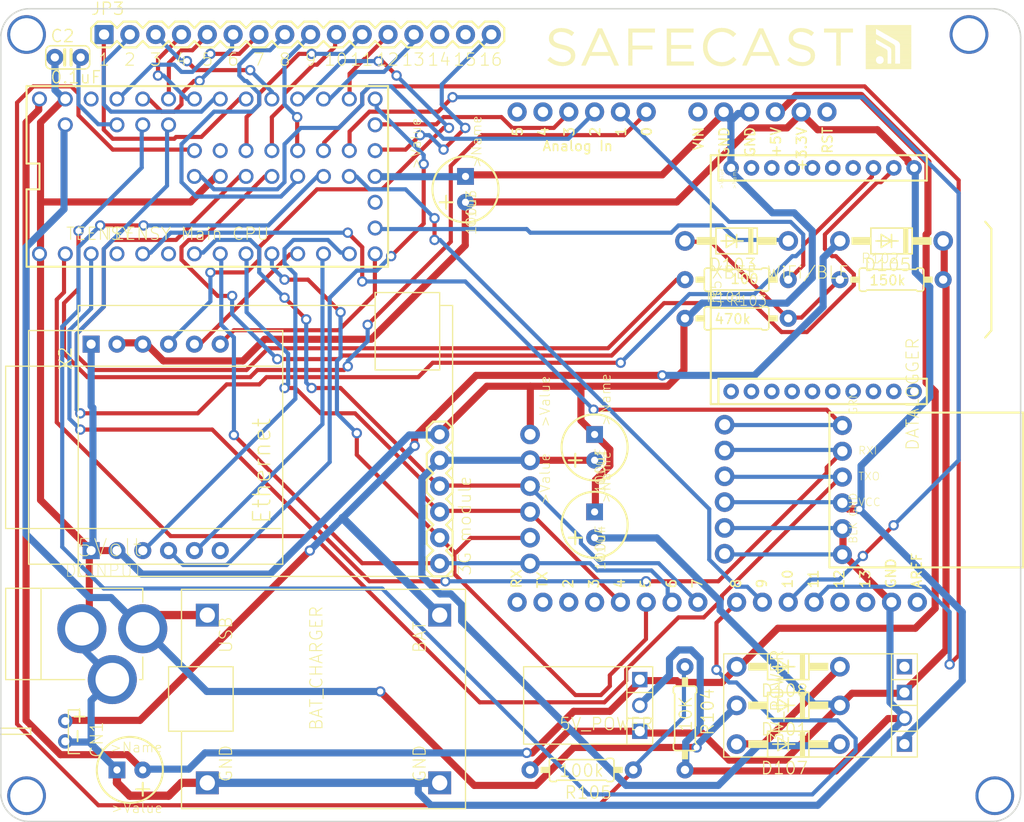
<source format=kicad_pcb>
(kicad_pcb (version 4) (host pcbnew "(2016-04-21 BZR 6706)-product")
  (layers (0 Top signal) (31 Bottom signal) (34 B.Paste user) (35 F.Paste user) (36 B.SilkS user) (37 F.SilkS user) (38 B.Mask user) (39 F.Mask user) (44 Edge.Cuts user))
  (net 0 "")
  (net 1 GND)
  (net 2 VCC)
  (net 3 VUSB)
  (net 4 PWRIN)
  (net 5 VDD)
  (net 6 BAT)
  (net 7 N$1)
  (net 8 N$10)
  (net 9 RXI)
  (net 10 N$31)
  (net 11 N$32)
  (net 12 TXO)
  (net 13 D23)
  (net 14 D22)
  (net 15 D21)
  (net 16 D20)
  (net 17 D17)
  (net 18 D18)
  (net 19 D19)
  (net 20 D13)
  (net 21 D12)
  (net 22 D11)
  (net 23 D10)
  (net 24 D9)
  (net 25 820DOWN)
  (net 26 D0)
  (net 27 D1)
  (net 28 D3)
  (net 29 D7)
  (net 30 D6)
  (net 31 D5)
  (net 32 D8)
  (net 33 D27)
  (net 34 D29)
  (net 35 D28)
  (net 36 D30)
  (net 37 A12)
  (net 38 A11)
  (net 39 A10)
  (net 40 D31)
  (net 41 D32)
  (net 42 D33)
  (net 43 D15)
  (net 44 D14)
  (net 45 D26)
  (net 46 N$2)
  (net 47 N$8)
  (net 48 A14)
  (net 49 N$21)
  (net 50 PGM)
  (module "" (layer Top) (at 193.5861 67.5386)
    (fp_text reference @HOLE0 hide)
    (fp_text value "" (at 0 0) (layer F.SilkS))
    (pad "" np_thru_hole circle (at 0 0) (size 3.2 3.2) (drill 3.2) (layers *.Cu))
  )
  (module "" (layer Top) (at 196.1261 142.4686)
    (fp_text reference @HOLE1 hide)
    (fp_text value "" (at 0 0) (layer F.SilkS))
    (pad "" np_thru_hole circle (at 0 0) (size 3.2 3.2) (drill 3.2) (layers *.Cu))
  )
  (module "" (layer Top) (at 100.8761 142.4686)
    (fp_text reference @HOLE2 hide)
    (fp_text value "" (at 0 0) (layer F.SilkS))
    (pad "" np_thru_hole circle (at 0 0) (size 3.2 3.2) (drill 3.2) (layers *.Cu))
  )
  (module "" (layer Top) (at 100.8761 67.5386)
    (fp_text reference @HOLE3 hide)
    (fp_text value "" (at 0 0) (layer F.SilkS))
    (pad "" np_thru_hole circle (at 0 0) (size 3.2 3.2) (drill 3.2) (layers *.Cu))
  )
  (module DO41-10 (layer Top) (at 175.8061 133.5786 180)
    (fp_text reference D101 (at -2.032 -1.651) (layer F.SilkS) (effects (font (size 1.2065 1.2065) (thickness 0.12065)) (justify right top)))
    (fp_text value 1N4004 hide)
    (pad A thru_hole circle (at 5.08 0 180) (size 1.9304 1.9304) (drill 1.1176) (layers *.Cu *.Mask) (net 3 VUSB))
    (pad C thru_hole circle (at -5.08 0 180) (size 1.9304 1.9304) (drill 1.1176) (layers *.Cu *.Mask) (net 4 PWRIN))
  )
  (module DO41-10 (layer Top) (at 170.7261 87.8586 180)
    (fp_text reference D103 (at -2.032 -1.651) (layer F.SilkS) (effects (font (size 1.2065 1.2065) (thickness 0.12065)) (justify right top)))
    (fp_text value 1N4004 hide)
    (pad A thru_hole circle (at 5.08 0 180) (size 1.9304 1.9304) (drill 1.1176) (layers *.Cu *.Mask) (net 46 N$2))
    (pad C thru_hole circle (at -5.08 0 180) (size 1.9304 1.9304) (drill 1.1176) (layers *.Cu *.Mask) (net 7 N$1))
  )
  (module 0207%2f10 (layer Top) (at 170.7261 95.4786)
    (fp_text reference R101 (at -3.048 -1.524) (layer F.SilkS) (effects (font (size 0.9652 0.9652) (thickness 0.077216)) (justify left bottom)))
    (fp_text value 470k (at -2.2606 0.635) (layer F.SilkS) (effects (font (size 0.9652 0.9652) (thickness 0.14478)) (justify left bottom)))
    (pad 1 thru_hole circle (at -5.08 0) (size 1.6764 1.6764) (drill 0.8128) (layers *.Cu *.Mask) (net 1 GND))
    (pad 2 thru_hole circle (at 5.08 0) (size 1.6764 1.6764) (drill 0.8128) (layers *.Cu *.Mask) (net 46 N$2))
  )
  (module 0207%2f10 (layer Top) (at 185.9661 91.6686)
    (fp_text reference R102 (at -3.048 -1.524) (layer F.SilkS) (effects (font (size 0.9652 0.9652) (thickness 0.077216)) (justify left bottom)))
    (fp_text value 150k (at -2.2606 0.635) (layer F.SilkS) (effects (font (size 0.9652 0.9652) (thickness 0.14478)) (justify left bottom)))
    (pad 1 thru_hole circle (at -5.08 0) (size 1.6764 1.6764) (drill 0.8128) (layers *.Cu *.Mask) (net 46 N$2))
    (pad 2 thru_hole circle (at 5.08 0) (size 1.6764 1.6764) (drill 0.8128) (layers *.Cu *.Mask) (net 4 PWRIN))
  )
  (module WIZ820IO (layer Top) (at 113.5761 108.1786 90)
    (fp_text reference U6)
    (fp_text value Ethernet (at -7.62 11.43 90) (layer F.SilkS) (effects (font (size 1.6891 1.6891) (thickness 0.135128)) (justify left bottom)))
    (pad J1.1 thru_hole rect (at -10.16 -6.35 90) (size 1.6764 1.6764) (drill 0.9) (layers *.Cu *.Mask) (net 1 GND))
    (pad J1.2 thru_hole circle (at -10.16 -3.81 90) (size 1.6764 1.6764) (drill 0.9) (layers *.Cu *.Mask) (net 1 GND))
    (pad J1.3 thru_hole circle (at -10.16 -1.27 90) (size 1.6764 1.6764) (drill 0.9) (layers *.Cu *.Mask) (net 22 D11))
    (pad J1.4 thru_hole circle (at -10.16 1.27 90) (size 1.6764 1.6764) (drill 0.9) (layers *.Cu *.Mask) (net 20 D13))
    (pad J1.5 thru_hole circle (at -10.16 3.81 90) (size 1.6764 1.6764) (drill 0.9) (layers *.Cu *.Mask) (net 23 D10))
    (pad J1.6 thru_hole circle (at -10.16 6.35 90) (size 1.6764 1.6764) (drill 0.9) (layers *.Cu *.Mask))
    (pad J2.1 thru_hole rect (at 10.16 -6.35 90) (size 1.6764 1.6764) (drill 0.9) (layers *.Cu *.Mask) (net 1 GND))
    (pad J2.2 thru_hole circle (at 10.16 -3.81 90) (size 1.6764 1.6764) (drill 0.9) (layers *.Cu *.Mask) (net 2 VCC))
    (pad J2.3 thru_hole circle (at 10.16 -1.27 90) (size 1.6764 1.6764) (drill 0.9) (layers *.Cu *.Mask) (net 2 VCC))
    (pad J2.4 thru_hole circle (at 10.16 1.27 90) (size 1.6764 1.6764) (drill 0.9) (layers *.Cu *.Mask) (net 25 820DOWN))
    (pad J2.5 thru_hole circle (at 10.16 3.81 90) (size 1.6764 1.6764) (drill 0.9) (layers *.Cu *.Mask) (net 24 D9))
    (pad J2.6 thru_hole circle (at 10.16 6.35 90) (size 1.6764 1.6764) (drill 0.9) (layers *.Cu *.Mask) (net 21 D12))
  )
  (module OPENLOG (layer Top) (at 179.856478 104.753122 270)
    (fp_text reference DATALOGGER (at 3.81 -8.89 90) (layer F.SilkS) (effects (font (size 1.2065 1.2065) (thickness 0.09652)) (justify left bottom)))
    (fp_text value OPENLOG hide)
    (fp_text user TXO (at 6.731 -2.794 360) (layer F.SilkS) (effects (font (size 0.77216 0.77216) (thickness 0.065024)) (justify left bottom)))
    (fp_text user RXI (at 4.191 -2.794 360) (layer F.SilkS) (effects (font (size 0.77216 0.77216) (thickness 0.065024)) (justify left bottom)))
    (fp_text user VCC (at 9.271 -2.794 360) (layer F.SilkS) (effects (font (size 0.77216 0.77216) (thickness 0.065024)) (justify left bottom)))
    (fp_text user GND (at 10.287 -2.794 270) (layer F.SilkS) (effects (font (size 0.77216 0.77216) (thickness 0.065024)) (justify left bottom)))
    (fp_text user BLK (at 12.954 -2.794 270) (layer F.SilkS) (effects (font (size 0.77216 0.77216) (thickness 0.065024)) (justify left bottom)))
    (fp_text user GRN (at 0.254 -2.794 270) (layer F.SilkS) (effects (font (size 0.77216 0.77216) (thickness 0.065024)) (justify left bottom)))
    (pad JP1$ thru_hole circle (at 1.27 -1.27) (size 1.8796 1.8796) (drill 1.016) (layers *.Cu *.Mask))
    (pad JP1$ thru_hole circle (at 3.81 -1.27) (size 1.8796 1.8796) (drill 1.016) (layers *.Cu *.Mask))
    (pad JP1$ thru_hole circle (at 6.35 -1.27) (size 1.8796 1.8796) (drill 1.016) (layers *.Cu *.Mask))
    (pad JP1$ thru_hole circle (at 8.89 -1.27) (size 1.8796 1.8796) (drill 1.016) (layers *.Cu *.Mask))
    (pad JP1$ thru_hole circle (at 11.43 -1.27) (size 1.8796 1.8796) (drill 1.016) (layers *.Cu *.Mask))
    (pad JP1$ thru_hole circle (at 13.97 -1.27) (size 1.8796 1.8796) (drill 1.016) (layers *.Cu *.Mask))
  )
  (module 1X06 (layer Top) (at 141.5161 119.6086 90)
    (fp_text reference X2 (at 18.9738 -36.1188 90) (layer F.SilkS) (effects (font (size 1.2065 1.2065) (thickness 0.12065)) (justify left bottom)))
    (fp_text value "3G module" (at -1.27 3.175 90) (layer F.SilkS) (effects (font (size 1.2065 1.2065) (thickness 0.09652)) (justify left bottom)))
    (pad 1 thru_hole circle (at 0 0 180) (size 1.8796 1.8796) (drill 1.016) (layers *.Cu *.Mask) (net 30 D6))
    (pad 2 thru_hole circle (at 2.54 0 180) (size 1.8796 1.8796) (drill 1.016) (layers *.Cu *.Mask) (net 32 D8))
    (pad 3 thru_hole circle (at 5.08 0 180) (size 1.8796 1.8796) (drill 1.016) (layers *.Cu *.Mask) (net 29 D7))
    (pad 4 thru_hole circle (at 7.62 0 180) (size 1.8796 1.8796) (drill 1.016) (layers *.Cu *.Mask) (net 31 D5))
    (pad 5 thru_hole circle (at 10.16 0 180) (size 1.8796 1.8796) (drill 1.016) (layers *.Cu *.Mask) (net 11 N$32))
    (pad 6 thru_hole circle (at 12.7 0 180) (size 1.8796 1.8796) (drill 1.016) (layers *.Cu *.Mask) (net 1 GND))
  )
  (module POLOLU_D24VXAYV_HC (layer Top) (at 178.3461 133.5786 90)
    (fp_text reference 3V_POWER (at -3.81 -2.921 90) (layer F.SilkS) (effects (font (size 1.2065 1.2065) (thickness 0.108585)) (justify left bottom)))
    (fp_text value "" (at -4.445 5.08 90) (layer F.SilkS) (effects (font (size 1.2065 1.2065) (thickness 0.108585)) (justify left bottom)))
    (pad S thru_hole rect (at 3.81 8.89 90) (size 1.508 1.508) (drill 1) (layers *.Cu *.Mask))
    (pad I thru_hole rect (at 1.27 8.89 90) (size 1.508 1.508) (drill 1) (layers *.Cu *.Mask) (net 4 PWRIN))
    (pad G thru_hole circle (at -1.27 8.89 90) (size 1.508 1.508) (drill 1) (layers *.Cu *.Mask) (net 1 GND))
    (pad O thru_hole rect (at -3.81 8.89 90) (size 1.508 1.508) (drill 1) (layers *.Cu *.Mask) (net 2 VCC))
  )
  (module POLOLU_S7V8F5 (layer Top) (at 155.4861 133.5786 90)
    (fp_text reference 5V_POWER (at -2.54 -2.286) (layer F.SilkS) (effects (font (size 1.2065 1.2065) (thickness 0.108585)) (justify left bottom)))
    (fp_text value "" (at -3.175 2.54) (layer F.SilkS) (effects (font (size 1.35128 1.35128) (thickness 0.121615)) (justify right top)))
    (pad I thru_hole rect (at -2.54 5.715 90) (size 1.508 1.508) (drill 1) (layers *.Cu *.Mask) (net 4 PWRIN))
    (pad G thru_hole circle (at 0 5.715 90) (size 1.508 1.508) (drill 1) (layers *.Cu *.Mask) (net 1 GND))
    (pad O thru_hole rect (at 2.54 5.715 90) (size 1.508 1.508) (drill 1) (layers *.Cu *.Mask) (net 5 VDD))
  )
  (module TEENSY_3.0_ALLPINS (layer Top) (at 118.6561 81.5086 90)
    (fp_text reference TEENSY (at -6.35 -13.97) (layer F.SilkS) (effects (font (size 1.2065 1.2065) (thickness 0.09652)) (justify left bottom)))
    (fp_text value "TEENSY Main CPU" (at -6.35 -10.16) (layer F.SilkS) (effects (font (size 1.2065 1.2065) (thickness 0.09652)) (justify left bottom)))
    (pad GND thru_hole circle (at -7.62 -16.51 90) (size 1.4732 1.4732) (drill 0.9652) (layers *.Cu *.Mask) (net 1 GND))
    (pad 0 thru_hole circle (at -7.62 -13.97 90) (size 1.4732 1.4732) (drill 0.9652) (layers *.Cu *.Mask) (net 26 D0))
    (pad 1 thru_hole circle (at -7.62 -11.43 90) (size 1.4732 1.4732) (drill 0.9652) (layers *.Cu *.Mask) (net 27 D1))
    (pad 2 thru_hole circle (at -7.62 -8.89 90) (size 1.4732 1.4732) (drill 0.9652) (layers *.Cu *.Mask))
    (pad 3 thru_hole circle (at -7.62 -6.35 90) (size 1.4732 1.4732) (drill 0.9652) (layers *.Cu *.Mask) (net 28 D3))
    (pad 4 thru_hole circle (at -7.62 -3.81 90) (size 1.4732 1.4732) (drill 0.9652) (layers *.Cu *.Mask))
    (pad 5 thru_hole circle (at -7.62 -1.27 90) (size 1.4732 1.4732) (drill 0.9652) (layers *.Cu *.Mask) (net 31 D5))
    (pad 6 thru_hole circle (at -7.62 1.27 90) (size 1.4732 1.4732) (drill 0.9652) (layers *.Cu *.Mask) (net 30 D6))
    (pad 7 thru_hole circle (at -7.62 3.81 90) (size 1.4732 1.4732) (drill 0.9652) (layers *.Cu *.Mask) (net 29 D7))
    (pad 8 thru_hole circle (at -7.62 6.35 90) (size 1.4732 1.4732) (drill 0.9652) (layers *.Cu *.Mask) (net 32 D8))
    (pad 9 thru_hole circle (at -7.62 8.89 90) (size 1.4732 1.4732) (drill 0.9652) (layers *.Cu *.Mask) (net 24 D9))
    (pad 10 thru_hole circle (at -7.62 11.43 90) (size 1.4732 1.4732) (drill 0.9652) (layers *.Cu *.Mask) (net 23 D10))
    (pad 11 thru_hole circle (at -7.62 13.97 90) (size 1.4732 1.4732) (drill 0.9652) (layers *.Cu *.Mask) (net 22 D11))
    (pad 12 thru_hole circle (at -7.62 16.51 90) (size 1.4732 1.4732) (drill 0.9652) (layers *.Cu *.Mask) (net 21 D12))
    (pad VBAT thru_hole circle (at -5.08 16.51 90) (size 1.4732 1.4732) (drill 0.9652) (layers *.Cu *.Mask) (net 7 N$1))
    (pad 3.3V thru_hole circle (at -2.54 16.51 90) (size 1.4732 1.4732) (drill 0.9652) (layers *.Cu *.Mask))
    (pad GND1 thru_hole circle (at 0 16.51 90) (size 1.4732 1.4732) (drill 0.9652) (layers *.Cu *.Mask) (net 1 GND))
    (pad PGM thru_hole circle (at 2.54 16.51 90) (size 1.4732 1.4732) (drill 0.9652) (layers *.Cu *.Mask) (net 50 PGM))
    (pad RESE thru_hole circle (at 5.08 16.51 90) (size 1.4732 1.4732) (drill 0.9652) (layers *.Cu *.Mask))
    (pad 13 thru_hole circle (at 7.62 16.51 90) (size 1.4732 1.4732) (drill 0.9652) (layers *.Cu *.Mask) (net 20 D13))
    (pad 14/A thru_hole circle (at 7.62 13.97 90) (size 1.4732 1.4732) (drill 0.9652) (layers *.Cu *.Mask))
    (pad 15/A thru_hole circle (at 7.62 11.43 90) (size 1.4732 1.4732) (drill 0.9652) (layers *.Cu *.Mask))
    (pad 16/A thru_hole circle (at 7.62 8.89 90) (size 1.4732 1.4732) (drill 0.9652) (layers *.Cu *.Mask))
    (pad 17/A thru_hole circle (at 7.62 6.35 90) (size 1.4732 1.4732) (drill 0.9652) (layers *.Cu *.Mask))
    (pad 18/A thru_hole circle (at 7.62 3.81 90) (size 1.4732 1.4732) (drill 0.9652) (layers *.Cu *.Mask))
    (pad 19/A thru_hole circle (at 7.62 1.27 90) (size 1.4732 1.4732) (drill 0.9652) (layers *.Cu *.Mask))
    (pad 20/A thru_hole circle (at 7.62 -1.27 90) (size 1.4732 1.4732) (drill 0.9652) (layers *.Cu *.Mask))
    (pad 21/A thru_hole circle (at 7.62 -3.81 90) (size 1.4732 1.4732) (drill 0.9652) (layers *.Cu *.Mask))
    (pad 22/A thru_hole circle (at 7.62 -6.35 90) (size 1.4732 1.4732) (drill 0.9652) (layers *.Cu *.Mask))
    (pad 23/A thru_hole circle (at 7.62 -8.89 90) (size 1.4732 1.4732) (drill 0.9652) (layers *.Cu *.Mask))
    (pad 3.3V thru_hole circle (at 7.62 -11.43 90) (size 1.4732 1.4732) (drill 0.9652) (layers *.Cu *.Mask))
    (pad AGND thru_hole circle (at 7.62 -13.97 90) (size 1.4732 1.4732) (drill 0.9652) (layers *.Cu *.Mask) (net 1 GND))
    (pad VIN thru_hole circle (at 7.62 -16.51 90) (size 1.4732 1.4732) (drill 0.9652) (layers *.Cu *.Mask) (net 5 VDD))
    (pad VUSB thru_hole circle (at 5.08 -13.97 90) (size 1.4732 1.4732) (drill 0.9652) (layers *.Cu *.Mask) (net 3 VUSB))
    (pad AREF thru_hole circle (at 5.08 -8.89 90) (size 1.4732 1.4732) (drill 0.9652) (layers *.Cu *.Mask) (net 49 N$21))
    (pad A10 thru_hole circle (at 5.08 -6.35 90) (size 1.4732 1.4732) (drill 0.9652) (layers *.Cu *.Mask) (net 39 A10))
    (pad A11 thru_hole circle (at 5.08 -3.81 90) (size 1.4732 1.4732) (drill 0.9652) (layers *.Cu *.Mask) (net 38 A11))
    (pad 28 thru_hole circle (at 0 13.97 90) (size 1.4732 1.4732) (drill 0.9652) (layers *.Cu *.Mask) (net 35 D28))
    (pad 29 thru_hole circle (at 2.54 13.97 90) (size 1.4732 1.4732) (drill 0.9652) (layers *.Cu *.Mask) (net 34 D29))
    (pad 27 thru_hole circle (at 0 11.43 90) (size 1.4732 1.4732) (drill 0.9652) (layers *.Cu *.Mask) (net 33 D27))
    (pad 26 thru_hole circle (at 0 8.89 90) (size 1.4732 1.4732) (drill 0.9652) (layers *.Cu *.Mask) (net 45 D26))
    (pad 25 thru_hole circle (at 0 6.35 90) (size 1.4732 1.4732) (drill 0.9652) (layers *.Cu *.Mask) (net 9 RXI))
    (pad 24 thru_hole circle (at 0 3.81 90) (size 1.4732 1.4732) (drill 0.9652) (layers *.Cu *.Mask) (net 12 TXO))
    (pad 30 thru_hole circle (at 2.54 11.43 90) (size 1.4732 1.4732) (drill 0.9652) (layers *.Cu *.Mask) (net 36 D30))
    (pad 31 thru_hole circle (at 2.54 8.89 90) (size 1.4732 1.4732) (drill 0.9652) (layers *.Cu *.Mask) (net 40 D31))
    (pad 32 thru_hole circle (at 2.54 6.35 90) (size 1.4732 1.4732) (drill 0.9652) (layers *.Cu *.Mask) (net 41 D32))
    (pad 33 thru_hole circle (at 2.54 3.81 90) (size 1.4732 1.4732) (drill 0.9652) (layers *.Cu *.Mask) (net 42 D33))
    (pad 3.3V thru_hole circle (at 2.54 1.27 90) (size 1.4732 1.4732) (drill 0.9652) (layers *.Cu *.Mask))
    (pad A13 thru_hole circle (at 2.54 -1.27 90) (size 1.4732 1.4732) (drill 0.9652) (layers *.Cu *.Mask) (net 47 N$8))
    (pad GND2 thru_hole circle (at 0 1.27 90) (size 1.4732 1.4732) (drill 0.9652) (layers *.Cu *.Mask) (net 1 GND))
    (pad A12 thru_hole circle (at 0 -1.27 90) (size 1.4732 1.4732) (drill 0.9652) (layers *.Cu *.Mask) (net 37 A12))
  )
  (module DC-21MM (layer Top) (at 105.9561 125.9586 90)
    (fp_text reference DCINPUT (at 6.35 6.35) (layer F.SilkS) (effects (font (size 1.2065 1.2065) (thickness 0.060325)) (justify right top)))
    (fp_text value 5Volt (at 8.89 6.35) (layer F.SilkS) (effects (font (size 1.6891 1.6891) (thickness 0.084455)) (justify right top)))
    (pad 1 thru_hole circle (at -5.08 3.3528 90) (size 4.826 4.826) (drill 3.302) (layers *.Cu *.Mask) (net 1 GND))
    (pad 2 thru_hole circle (at -0.0762 6.35 90) (size 4.826 4.826) (drill 3.302) (layers *.Cu *.Mask) (net 3 VUSB))
    (pad 3 thru_hole circle (at -0.0762 0.3556 90) (size 4.826 4.826) (drill 3.302) (layers *.Cu *.Mask) (net 1 GND))
  )
  (module TP4056 (layer Top) (at 128.8161 132.3086 90)
    (fp_text reference BAT_CHARGER (at -3.81 1.27 90) (layer F.SilkS) (effects (font (size 1.2065 1.2065) (thickness 0.09652)) (justify left bottom)))
    (fp_text value TP4056_CHARGER hide)
    (fp_text user GND (at -8.89 11.43 90) (layer F.SilkS) (effects (font (size 1.2065 1.2065) (thickness 0.1016)) (justify left bottom)))
    (fp_text user GND (at -8.89 -7.62 90) (layer F.SilkS) (effects (font (size 1.2065 1.2065) (thickness 0.1016)) (justify left bottom)))
    (fp_text user USB (at 3.81 -7.62 90) (layer F.SilkS) (effects (font (size 1.2065 1.2065) (thickness 0.1016)) (justify left bottom)))
    (fp_text user BAT (at 3.81 11.43 90) (layer F.SilkS) (effects (font (size 1.2065 1.2065) (thickness 0.1016)) (justify left bottom)))
    (pad GND2 thru_hole rect (at -8.89 12.7 270) (size 2.25 2.25) (drill 1.5) (layers *.Cu *.Mask) (net 1 GND))
    (pad BAT thru_hole rect (at 7.62 12.7 270) (size 2.25 2.25) (drill 1.5) (layers *.Cu *.Mask) (net 6 BAT))
    (pad GND thru_hole rect (at -8.89 -10.16 270) (size 2.25 2.25) (drill 1.5) (layers *.Cu *.Mask) (net 1 GND))
    (pad CHAR thru_hole rect (at 7.62 -10.16 270) (size 2.25 2.25) (drill 1.5) (layers *.Cu *.Mask))
    (pad "" np_thru_hole circle (at -8.89 -10.16 90) (size 1.4 1.4) (drill 1.4) (layers *.Cu))
    (pad "" np_thru_hole circle (at 7.62 -10.16 90) (size 1.4 1.4) (drill 1.4) (layers *.Cu))
    (pad "" np_thru_hole circle (at 7.62 12.7 90) (size 1.4 1.4) (drill 1.4) (layers *.Cu))
    (pad "" np_thru_hole circle (at -8.89 12.7 90) (size 1.4 1.4) (drill 1.4) (layers *.Cu))
  )
  (module CREATIVE_COMMONS (layer Top) (at 165.6461 78.3336)
    (fp_text reference FRAME1 hide)
    (fp_text value FRAME-LEDGER hide)
  )
  (module XBEE-SILK (layer Top) (at 168.1861 91.6686 270)
    (fp_text reference U$5 (at 0 0 90) (layer F.SilkS) (effects (font (size 0.9652 0.9652) (thickness 0.077216)) (justify right top)))
    (fp_text value "XBEE WiFi/BLE" (at 0 0) (layer F.SilkS) (effects (font (size 1.2065 1.2065) (thickness 0.09652)) (justify left bottom)))
    (fp_text user >Name (at -8.89 -2.54 270) (layer F.SilkS) (effects (font (size 0.38608 0.38608) (thickness 0.032512)) (justify left bottom)))
    (fp_text user >Value (at -8.89 -1.27 270) (layer F.SilkS) (effects (font (size 0.38608 0.38608) (thickness 0.032512)) (justify left bottom)))
    (pad 1 thru_hole circle (at -11 -20 270) (size 1.524 1.524) (drill 0.8) (layers *.Cu *.Mask) (net 2 VCC))
    (pad 2 thru_hole circle (at -11 -18 270) (size 1.524 1.524) (drill 0.8) (layers *.Cu *.Mask) (net 9 RXI))
    (pad 3 thru_hole circle (at -11 -16 270) (size 1.524 1.524) (drill 0.8) (layers *.Cu *.Mask) (net 8 N$10))
    (pad 4 thru_hole circle (at -11 -14 270) (size 1.524 1.524) (drill 0.8) (layers *.Cu *.Mask))
    (pad 5 thru_hole circle (at -11 -12 270) (size 1.524 1.524) (drill 0.8) (layers *.Cu *.Mask))
    (pad 6 thru_hole circle (at -11 -10 270) (size 1.524 1.524) (drill 0.8) (layers *.Cu *.Mask))
    (pad 7 thru_hole circle (at -11 -8 270) (size 1.524 1.524) (drill 0.8) (layers *.Cu *.Mask))
    (pad 8 thru_hole circle (at -11 -6 270) (size 1.524 1.524) (drill 0.8) (layers *.Cu *.Mask))
    (pad 9 thru_hole circle (at -11 -4 270) (size 1.524 1.524) (drill 0.8) (layers *.Cu *.Mask))
    (pad 10 thru_hole circle (at -11 -2 270) (size 1.524 1.524) (drill 0.8) (layers *.Cu *.Mask) (net 1 GND))
    (pad 11 thru_hole circle (at 11 -2 270) (size 1.524 1.524) (drill 0.8) (layers *.Cu *.Mask))
    (pad 12 thru_hole circle (at 11 -4 270) (size 1.524 1.524) (drill 0.8) (layers *.Cu *.Mask))
    (pad 13 thru_hole circle (at 11 -6 270) (size 1.524 1.524) (drill 0.8) (layers *.Cu *.Mask))
    (pad 14 thru_hole circle (at 11 -8 270) (size 1.524 1.524) (drill 0.8) (layers *.Cu *.Mask))
    (pad 15 thru_hole circle (at 11 -10 270) (size 1.524 1.524) (drill 0.8) (layers *.Cu *.Mask))
    (pad 16 thru_hole circle (at 11 -12 270) (size 1.524 1.524) (drill 0.8) (layers *.Cu *.Mask))
    (pad 17 thru_hole circle (at 11 -14 270) (size 1.524 1.524) (drill 0.8) (layers *.Cu *.Mask))
    (pad 18 thru_hole circle (at 11 -16 270) (size 1.524 1.524) (drill 0.8) (layers *.Cu *.Mask))
    (pad 19 thru_hole circle (at 11 -18 270) (size 1.524 1.524) (drill 0.8) (layers *.Cu *.Mask))
    (pad 20 thru_hole circle (at 11 -20 270) (size 1.524 1.524) (drill 0.8) (layers *.Cu *.Mask))
  )
  (module DUEMILANOVE_SHIELD (layer Top) (at 164.3761 103.0986)
    (fp_text reference X4 hide)
    (fp_text value "3GS shield" hide)
    (fp_text user GND (at 7.112 -26.5557 90) (layer F.SilkS) (effects (font (size 0.9652 0.9652) (thickness 0.1524)) (justify right top)))
    (fp_text user GND (at 4.572 -26.5557 90) (layer F.SilkS) (effects (font (size 0.9652 0.9652) (thickness 0.1524)) (justify right top)))
    (fp_text user +5V (at 9.652 -26.5557 90) (layer F.SilkS) (effects (font (size 0.9652 0.9652) (thickness 0.1524)) (justify right top)))
    (fp_text user RST (at 14.732 -26.5557 90) (layer F.SilkS) (effects (font (size 0.9652 0.9652) (thickness 0.1524)) (justify right top)))
    (fp_text user VIN (at 2.032 -26.5557 90) (layer F.SilkS) (effects (font (size 0.9652 0.9652) (thickness 0.1524)) (justify right top)))
    (fp_text user +3.3V (at 12.192 -26.5557 90) (layer F.SilkS) (effects (font (size 0.9652 0.9652) (thickness 0.1524)) (justify right top)))
    (fp_text user 0 (at -3.048 -26.5557 90) (layer F.SilkS) (effects (font (size 0.9652 0.9652) (thickness 0.1524)) (justify right top)))
    (fp_text user 1 (at -5.588 -26.5557 90) (layer F.SilkS) (effects (font (size 0.9652 0.9652) (thickness 0.1524)) (justify right top)))
    (fp_text user 2 (at -8.128 -26.5557 90) (layer F.SilkS) (effects (font (size 0.9652 0.9652) (thickness 0.1524)) (justify right top)))
    (fp_text user 3 (at -10.668 -26.5557 90) (layer F.SilkS) (effects (font (size 0.9652 0.9652) (thickness 0.1524)) (justify right top)))
    (fp_text user 4 (at -13.208 -26.5557 90) (layer F.SilkS) (effects (font (size 0.9652 0.9652) (thickness 0.1524)) (justify right top)))
    (fp_text user 5 (at -15.748 -26.5557 90) (layer F.SilkS) (effects (font (size 0.9652 0.9652) (thickness 0.1524)) (justify right top)))
    (fp_text user "Analog In" (at -12.827 -24.0157) (layer F.SilkS) (effects (font (size 0.9652 0.9652) (thickness 0.1524)) (justify left bottom)))
    (fp_text user GND (at 22.098 19.05 90) (layer F.SilkS) (effects (font (size 0.9652 0.9652) (thickness 0.1524)) (justify left bottom)))
    (fp_text user 13 (at 19.558 19.05 90) (layer F.SilkS) (effects (font (size 0.9652 0.9652) (thickness 0.1524)) (justify left bottom)))
    (fp_text user 12 (at 17.018 19.05 90) (layer F.SilkS) (effects (font (size 0.9652 0.9652) (thickness 0.1524)) (justify left bottom)))
    (fp_text user 11 (at 14.478 19.05 90) (layer F.SilkS) (effects (font (size 0.9652 0.9652) (thickness 0.1524)) (justify left bottom)))
    (fp_text user AREF (at 24.638 19.05 90) (layer F.SilkS) (effects (font (size 0.9652 0.9652) (thickness 0.1524)) (justify left bottom)))
    (fp_text user 10 (at 11.938 19.05 90) (layer F.SilkS) (effects (font (size 0.9652 0.9652) (thickness 0.1524)) (justify left bottom)))
    (fp_text user 9 (at 9.398 19.05 90) (layer F.SilkS) (effects (font (size 0.9652 0.9652) (thickness 0.1524)) (justify left bottom)))
    (fp_text user 8 (at 6.858 19.05 90) (layer F.SilkS) (effects (font (size 0.9652 0.9652) (thickness 0.1524)) (justify left bottom)))
    (fp_text user 7 (at 3.048 19.05 90) (layer F.SilkS) (effects (font (size 0.9652 0.9652) (thickness 0.1524)) (justify left bottom)))
    (fp_text user 6 (at 0.508 19.05 90) (layer F.SilkS) (effects (font (size 0.9652 0.9652) (thickness 0.1524)) (justify left bottom)))
    (fp_text user 5 (at -2.032 19.05 90) (layer F.SilkS) (effects (font (size 0.9652 0.9652) (thickness 0.1524)) (justify left bottom)))
    (fp_text user 4 (at -4.572 19.05 90) (layer F.SilkS) (effects (font (size 0.9652 0.9652) (thickness 0.1524)) (justify left bottom)))
    (fp_text user 3 (at -7.112 19.05 90) (layer F.SilkS) (effects (font (size 0.9652 0.9652) (thickness 0.1524)) (justify left bottom)))
    (fp_text user 2 (at -9.652 19.05 90) (layer F.SilkS) (effects (font (size 0.9652 0.9652) (thickness 0.1524)) (justify left bottom)))
    (fp_text user TX (at -12.192 19.05 90) (layer F.SilkS) (effects (font (size 0.9652 0.9652) (thickness 0.1524)) (justify left bottom)))
    (fp_text user RX (at -14.732 19.05 90) (layer F.SilkS) (effects (font (size 0.9652 0.9652) (thickness 0.1524)) (justify left bottom)))
    (pad RES thru_hole circle (at 15.24 -27.94 180) (size 1.8796 1.8796) (drill 1.016) (layers *.Cu *.Mask))
    (pad 3.3V thru_hole circle (at 12.7 -27.94 180) (size 1.8796 1.8796) (drill 1.016) (layers *.Cu *.Mask) (net 2 VCC))
    (pad 5V thru_hole circle (at 10.16 -27.94 180) (size 1.8796 1.8796) (drill 1.016) (layers *.Cu *.Mask) (net 5 VDD))
    (pad GND@ thru_hole circle (at 7.62 -27.94 180) (size 1.8796 1.8796) (drill 1.016) (layers *.Cu *.Mask))
    (pad GND@ thru_hole circle (at 5.08 -27.94 180) (size 1.8796 1.8796) (drill 1.016) (layers *.Cu *.Mask))
    (pad VIN thru_hole circle (at 2.54 -27.94 180) (size 1.8796 1.8796) (drill 1.016) (layers *.Cu *.Mask))
    (pad A0 thru_hole circle (at -2.54 -27.94 180) (size 1.8796 1.8796) (drill 1.016) (layers *.Cu *.Mask) (net 39 A10))
    (pad A1 thru_hole circle (at -5.08 -27.94 180) (size 1.8796 1.8796) (drill 1.016) (layers *.Cu *.Mask) (net 38 A11))
    (pad A2 thru_hole circle (at -7.62 -27.94 180) (size 1.8796 1.8796) (drill 1.016) (layers *.Cu *.Mask) (net 37 A12))
    (pad A3 thru_hole circle (at -10.16 -27.94 180) (size 1.8796 1.8796) (drill 1.016) (layers *.Cu *.Mask) (net 48 A14))
    (pad A4 thru_hole circle (at -12.7 -27.94 180) (size 1.8796 1.8796) (drill 1.016) (layers *.Cu *.Mask))
    (pad A5 thru_hole circle (at -15.24 -27.94 180) (size 1.8796 1.8796) (drill 1.016) (layers *.Cu *.Mask))
    (pad RX thru_hole circle (at -15.24 20.32 180) (size 1.8796 1.8796) (drill 1.016) (layers *.Cu *.Mask))
    (pad TX thru_hole circle (at -12.7 20.32 180) (size 1.8796 1.8796) (drill 1.016) (layers *.Cu *.Mask))
    (pad D2 thru_hole circle (at -10.16 20.32 180) (size 1.8796 1.8796) (drill 1.016) (layers *.Cu *.Mask))
    (pad D3 thru_hole circle (at -7.62 20.32 180) (size 1.8796 1.8796) (drill 1.016) (layers *.Cu *.Mask))
    (pad D4 thru_hole circle (at -5.08 20.32 180) (size 1.8796 1.8796) (drill 1.016) (layers *.Cu *.Mask) (net 29 D7))
    (pad D5 thru_hole circle (at -2.54 20.32 180) (size 1.8796 1.8796) (drill 1.016) (layers *.Cu *.Mask) (net 32 D8))
    (pad D6 thru_hole circle (at 0 20.32 180) (size 1.8796 1.8796) (drill 1.016) (layers *.Cu *.Mask) (net 30 D6))
    (pad D7 thru_hole circle (at 2.54 20.32 180) (size 1.8796 1.8796) (drill 1.016) (layers *.Cu *.Mask) (net 31 D5))
    (pad D8 thru_hole circle (at 6.35 20.32 180) (size 1.8796 1.8796) (drill 1.016) (layers *.Cu *.Mask) (net 33 D27))
    (pad D9 thru_hole circle (at 8.89 20.32 180) (size 1.8796 1.8796) (drill 1.016) (layers *.Cu *.Mask) (net 35 D28))
    (pad D10 thru_hole circle (at 11.43 20.32 180) (size 1.8796 1.8796) (drill 1.016) (layers *.Cu *.Mask) (net 34 D29))
    (pad D11 thru_hole circle (at 13.97 20.32 180) (size 1.8796 1.8796) (drill 1.016) (layers *.Cu *.Mask) (net 36 D30))
    (pad D12 thru_hole circle (at 16.51 20.32 180) (size 1.8796 1.8796) (drill 1.016) (layers *.Cu *.Mask))
    (pad D13 thru_hole circle (at 19.05 20.32 180) (size 1.8796 1.8796) (drill 1.016) (layers *.Cu *.Mask))
    (pad GND@ thru_hole circle (at 21.59 20.32 180) (size 1.8796 1.8796) (drill 1.016) (layers *.Cu *.Mask))
    (pad AREF thru_hole circle (at 24.13 20.32 180) (size 1.8796 1.8796) (drill 1.016) (layers *.Cu *.Mask))
  )
  (module 1X16 (layer Top) (at 108.4961 67.5386)
    (fp_text reference JP3 (at -1.3462 -1.8288) (layer F.SilkS) (effects (font (size 1.2065 1.2065) (thickness 0.12065)) (justify left bottom)))
    (fp_text value "" (at -1.27 5.715) (layer F.SilkS) (effects (font (size 1.2065 1.2065) (thickness 0.09652)) (justify left bottom)))
    (fp_text user 1 (at -0.635 3.175) (layer F.SilkS) (effects (font (size 1.2065 1.2065) (thickness 0.1016)) (justify left bottom)))
    (fp_text user 2 (at 1.905 3.175) (layer F.SilkS) (effects (font (size 1.2065 1.2065) (thickness 0.1016)) (justify left bottom)))
    (fp_text user 3 (at 4.445 3.175) (layer F.SilkS) (effects (font (size 1.2065 1.2065) (thickness 0.1016)) (justify left bottom)))
    (fp_text user 4 (at 6.985 3.175) (layer F.SilkS) (effects (font (size 1.2065 1.2065) (thickness 0.1016)) (justify left bottom)))
    (fp_text user 3 (at 4.445 3.175) (layer F.SilkS) (effects (font (size 1.2065 1.2065) (thickness 0.1016)) (justify left bottom)))
    (fp_text user 5 (at 9.525 3.175) (layer F.SilkS) (effects (font (size 1.2065 1.2065) (thickness 0.1016)) (justify left bottom)))
    (fp_text user 6 (at 12.065 3.175) (layer F.SilkS) (effects (font (size 1.2065 1.2065) (thickness 0.1016)) (justify left bottom)))
    (fp_text user 8 (at 17.145 3.175) (layer F.SilkS) (effects (font (size 1.2065 1.2065) (thickness 0.1016)) (justify left bottom)))
    (fp_text user 7 (at 14.605 3.175) (layer F.SilkS) (effects (font (size 1.2065 1.2065) (thickness 0.1016)) (justify left bottom)))
    (fp_text user 9 (at 19.685 3.175) (layer F.SilkS) (effects (font (size 1.2065 1.2065) (thickness 0.1016)) (justify left bottom)))
    (fp_text user 10 (at 21.59 3.175) (layer F.SilkS) (effects (font (size 1.2065 1.2065) (thickness 0.1016)) (justify left bottom)))
    (fp_text user 12 (at 26.67 3.175) (layer F.SilkS) (effects (font (size 1.2065 1.2065) (thickness 0.1016)) (justify left bottom)))
    (fp_text user 11 (at 24.13 3.175) (layer F.SilkS) (effects (font (size 1.2065 1.2065) (thickness 0.1016)) (justify left bottom)))
    (fp_text user 13 (at 29.21 3.175) (layer F.SilkS) (effects (font (size 1.2065 1.2065) (thickness 0.1016)) (justify left bottom)))
    (fp_text user 14 (at 31.75 3.175) (layer F.SilkS) (effects (font (size 1.2065 1.2065) (thickness 0.1016)) (justify left bottom)))
    (fp_text user 16 (at 36.83 3.175) (layer F.SilkS) (effects (font (size 1.2065 1.2065) (thickness 0.1016)) (justify left bottom)))
    (fp_text user 15 (at 34.29 3.175) (layer F.SilkS) (effects (font (size 1.2065 1.2065) (thickness 0.1016)) (justify left bottom)))
    (pad 1 thru_hole rect (at 0 0 90) (size 1.8796 1.8796) (drill 1.016) (layers *.Cu *.Mask) (net 18 D18))
    (pad 2 thru_hole circle (at 2.54 0 90) (size 1.8796 1.8796) (drill 1.016) (layers *.Cu *.Mask) (net 19 D19))
    (pad 3 thru_hole circle (at 5.08 0 90) (size 1.8796 1.8796) (drill 1.016) (layers *.Cu *.Mask) (net 17 D17))
    (pad 4 thru_hole circle (at 7.62 0 90) (size 1.8796 1.8796) (drill 1.016) (layers *.Cu *.Mask) (net 16 D20))
    (pad 5 thru_hole circle (at 10.16 0 90) (size 1.8796 1.8796) (drill 1.016) (layers *.Cu *.Mask) (net 15 D21))
    (pad 6 thru_hole circle (at 12.7 0 90) (size 1.8796 1.8796) (drill 1.016) (layers *.Cu *.Mask) (net 14 D22))
    (pad 7 thru_hole circle (at 15.24 0 90) (size 1.8796 1.8796) (drill 1.016) (layers *.Cu *.Mask) (net 13 D23))
    (pad 8 thru_hole circle (at 17.78 0 90) (size 1.8796 1.8796) (drill 1.016) (layers *.Cu *.Mask) (net 45 D26))
    (pad 9 thru_hole circle (at 20.32 0 90) (size 1.8796 1.8796) (drill 1.016) (layers *.Cu *.Mask) (net 40 D31))
    (pad 10 thru_hole circle (at 22.86 0 90) (size 1.8796 1.8796) (drill 1.016) (layers *.Cu *.Mask) (net 41 D32))
    (pad 11 thru_hole circle (at 25.4 0 90) (size 1.8796 1.8796) (drill 1.016) (layers *.Cu *.Mask) (net 42 D33))
    (pad 12 thru_hole circle (at 27.94 0 90) (size 1.8796 1.8796) (drill 1.016) (layers *.Cu *.Mask) (net 44 D14))
    (pad 13 thru_hole circle (at 30.48 0 90) (size 1.8796 1.8796) (drill 1.016) (layers *.Cu *.Mask) (net 43 D15))
    (pad 14 thru_hole circle (at 33.02 0 90) (size 1.8796 1.8796) (drill 1.016) (layers *.Cu *.Mask))
    (pad 15 thru_hole circle (at 35.56 0 90) (size 1.8796 1.8796) (drill 1.016) (layers *.Cu *.Mask))
    (pad 16 thru_hole circle (at 38.1 0 90) (size 1.8796 1.8796) (drill 1.016) (layers *.Cu *.Mask) (net 50 PGM))
  )
  (module DO41-10 (layer Top) (at 175.8061 137.3886 180)
    (fp_text reference D107 (at -2.032 -1.651) (layer F.SilkS) (effects (font (size 1.2065 1.2065) (thickness 0.12065)) (justify right top)))
    (fp_text value 1N4004 hide)
    (pad A thru_hole circle (at 5.08 0 180) (size 1.9304 1.9304) (drill 1.1176) (layers *.Cu *.Mask) (net 10 N$31))
    (pad C thru_hole circle (at -5.08 0 180) (size 1.9304 1.9304) (drill 1.1176) (layers *.Cu *.Mask) (net 11 N$32))
  )
  (module DO41-10 (layer Top) (at 175.8061 129.7686 180)
    (fp_text reference D108 (at -2.032 -1.651) (layer F.SilkS) (effects (font (size 1.2065 1.2065) (thickness 0.12065)) (justify right top)))
    (fp_text value 1N4004 hide)
    (pad A thru_hole circle (at 5.08 0 180) (size 1.9304 1.9304) (drill 1.1176) (layers *.Cu *.Mask) (net 5 VDD))
    (pad C thru_hole circle (at -5.08 0 180) (size 1.9304 1.9304) (drill 1.1176) (layers *.Cu *.Mask) (net 10 N$31))
  )
  (module 0207%2f10 (layer Top) (at 170.7261 91.6686 180)
    (fp_text reference R103 (at -3.048 -1.524) (layer F.SilkS) (effects (font (size 0.9652 0.9652) (thickness 0.077216)) (justify right top)))
    (fp_text value 100 (at -2.2606 0.635) (layer F.SilkS) (effects (font (size 0.9652 0.9652) (thickness 0.14478)) (justify right top)))
    (pad 1 thru_hole circle (at -5.08 0 180) (size 1.6764 1.6764) (drill 0.8128) (layers *.Cu *.Mask) (net 8 N$10))
    (pad 2 thru_hole circle (at 5.08 0 180) (size 1.6764 1.6764) (drill 0.8128) (layers *.Cu *.Mask) (net 12 TXO))
  )
  (module SAFECAST_LOGO1 (layer Top) (at 151.6761 71.3486)
    (fp_text reference U$10 hide)
    (fp_text value "" hide)
  )
  (module DO41-10 (layer Top) (at 185.9661 87.8586 180)
    (fp_text reference D105 (at -2.032 -1.651) (layer F.SilkS) (effects (font (size 1.2065 1.2065) (thickness 0.12065)) (justify right top)))
    (fp_text value 1N4004 hide)
    (pad A thru_hole circle (at 5.08 0 180) (size 1.9304 1.9304) (drill 1.1176) (layers *.Cu *.Mask) (net 6 BAT))
    (pad C thru_hole circle (at -5.08 0 180) (size 1.9304 1.9304) (drill 1.1176) (layers *.Cu *.Mask) (net 4 PWRIN))
  )
  (module CPOL-RADIAL-100UF-25V (layer Top) (at 156.7561 108.1786 270)
    (fp_text reference C101 (at 0 0 90) (layer F.SilkS) (effects (font (size 0.9652 0.9652) (thickness 0.077216)) (justify right top)))
    (fp_text value 100uF (at 0 0 90) (layer F.SilkS) (effects (font (size 0.9652 0.9652) (thickness 0.077216)) (justify right top)))
    (fp_text user >Value (at -1.905 4.318 270) (layer F.SilkS) (effects (font (size 0.9652 0.9652) (thickness 0.08128)) (justify left bottom)))
    (fp_text user >Name (at -2.032 -1.651 270) (layer F.SilkS) (effects (font (size 0.9652 0.9652) (thickness 0.08128)) (justify left bottom)))
    (pad 2 thru_hole circle (at 1.27 0 270) (size 1.651 1.651) (drill 0.7) (layers *.Cu *.Mask) (net 11 N$32))
    (pad 1 thru_hole rect (at -1.27 0) (size 1.651 1.651) (drill 0.7) (layers *.Cu *.Mask) (net 1 GND))
  )
  (module 0207%2f10 (layer Top) (at 155.4861 139.9286 180)
    (fp_text reference R105 (at -3.048 -1.524) (layer F.SilkS) (effects (font (size 1.2065 1.2065) (thickness 0.12065)) (justify right top)))
    (fp_text value 100k (at -2.2606 0.635) (layer F.SilkS) (effects (font (size 1.2065 1.2065) (thickness 0.12065)) (justify right top)))
    (pad 1 thru_hole circle (at -5.08 0 180) (size 1.6764 1.6764) (drill 0.8128) (layers *.Cu *.Mask) (net 47 N$8))
    (pad 2 thru_hole circle (at 5.08 0 180) (size 1.6764 1.6764) (drill 0.8128) (layers *.Cu *.Mask) (net 4 PWRIN))
  )
  (module 0207%2f10 (layer Top) (at 165.6461 134.8486 270)
    (fp_text reference R104 (at -3.048 -1.524 270) (layer F.SilkS) (effects (font (size 1.2065 1.2065) (thickness 0.127)) (justify right top)))
    (fp_text value 10K (at -2.2606 0.635 270) (layer F.SilkS) (effects (font (size 1.2065 1.2065) (thickness 0.127)) (justify right top)))
    (pad 1 thru_hole circle (at -5.08 0 270) (size 1.6764 1.6764) (drill 0.8128) (layers *.Cu *.Mask) (net 47 N$8))
    (pad 2 thru_hole circle (at 5.08 0 270) (size 1.6764 1.6764) (drill 0.8128) (layers *.Cu *.Mask) (net 1 GND))
  )
  (module JST-PH-2-THM-RA (layer Top) (at 104.6861 136.1186 90)
    (fp_text reference CN1 (at -2.7 3.8 90) (layer F.SilkS) (effects (font (size 1.2065 1.2065) (thickness 0.1016)) (justify left bottom)))
    (fp_text value "" hide)
    (fp_text user + (at 0.486 2.096 90) (layer F.SilkS) (effects (font (size 1.35128 1.35128) (thickness 0.170688)) (justify left bottom)))
    (fp_text user - (at -1.429 1.896 90) (layer F.SilkS) (effects (font (size 1.35128 1.35128) (thickness 0.170688)) (justify left bottom)))
    (pad 2 thru_hole circle (at -1 0 90) (size 1.4224 1.4224) (drill 0.8) (layers *.Cu *.Mask) (net 1 GND))
    (pad 1 thru_hole circle (at 1 0 90) (size 1.4224 1.4224) (drill 0.8) (layers *.Cu *.Mask) (net 6 BAT))
  )
  (module CPOL-RADIAL-100UF-25V (layer Top) (at 111.0361 139.9286)
    (fp_text reference C102 hide)
    (fp_text value 100uF hide)
    (fp_text user >Value (at -1.905 4.318) (layer F.SilkS) (effects (font (size 0.9652 0.9652) (thickness 0.08128)) (justify left bottom)))
    (fp_text user >Name (at -2.032 -1.651) (layer F.SilkS) (effects (font (size 0.9652 0.9652) (thickness 0.08128)) (justify left bottom)))
    (pad 2 thru_hole circle (at 1.27 0) (size 1.651 1.651) (drill 0.7) (layers *.Cu *.Mask) (net 5 VDD))
    (pad 1 thru_hole rect (at -1.27 0 90) (size 1.651 1.651) (drill 0.7) (layers *.Cu *.Mask) (net 1 GND))
  )
  (module CPOL-RADIAL-100UF-25V (layer Top) (at 144.0561 82.7786 270)
    (fp_text reference C103 (at 0 0 90) (layer F.SilkS) (effects (font (size 0.9652 0.9652) (thickness 0.077216)) (justify right top)))
    (fp_text value 100uF (at 0 0 90) (layer F.SilkS) (effects (font (size 0.9652 0.9652) (thickness 0.077216)) (justify right top)))
    (fp_text user >Value (at -1.905 4.318 270) (layer F.SilkS) (effects (font (size 0.9652 0.9652) (thickness 0.08128)) (justify left bottom)))
    (fp_text user >Name (at -2.032 -1.651 270) (layer F.SilkS) (effects (font (size 0.9652 0.9652) (thickness 0.08128)) (justify left bottom)))
    (pad 2 thru_hole circle (at 1.27 0 270) (size 1.651 1.651) (drill 0.7) (layers *.Cu *.Mask) (net 2 VCC))
    (pad 1 thru_hole rect (at -1.27 0) (size 1.651 1.651) (drill 0.7) (layers *.Cu *.Mask) (net 1 GND))
  )
  (module CPOL-RADIAL-100UF-25V (layer Top) (at 156.7561 115.7986 270)
    (fp_text reference C104 (at 0 0 90) (layer F.SilkS) (effects (font (size 0.9652 0.9652) (thickness 0.077216)) (justify right top)))
    (fp_text value 100uF (at 0 0 90) (layer F.SilkS) (effects (font (size 0.9652 0.9652) (thickness 0.077216)) (justify right top)))
    (fp_text user >Value (at -1.905 4.318 270) (layer F.SilkS) (effects (font (size 0.9652 0.9652) (thickness 0.08128)) (justify left bottom)))
    (fp_text user >Name (at -2.032 -1.651 270) (layer F.SilkS) (effects (font (size 0.9652 0.9652) (thickness 0.08128)) (justify left bottom)))
    (pad 2 thru_hole circle (at 1.27 0 270) (size 1.651 1.651) (drill 0.7) (layers *.Cu *.Mask) (net 4 PWRIN))
    (pad 1 thru_hole rect (at -1.27 0) (size 1.651 1.651) (drill 0.7) (layers *.Cu *.Mask) (net 1 GND))
  )
  (module C025-024X044 (layer Top) (at 104.926397 69.790209)
    (fp_text reference C2 (at -1.778 -1.397) (layer F.SilkS) (effects (font (size 1.2065 1.2065) (thickness 0.127)) (justify left bottom)))
    (fp_text value 0.1uF (at -1.778 2.667) (layer F.SilkS) (effects (font (size 1.2065 1.2065) (thickness 0.127)) (justify left bottom)))
    (pad 1 thru_hole circle (at -1.27 0) (size 1.6764 1.6764) (drill 0.8128) (layers *.Cu *.Mask) (net 1 GND))
    (pad 2 thru_hole circle (at 1.27 0) (size 1.6764 1.6764) (drill 0.8128) (layers *.Cu *.Mask) (net 49 N$21))
  )
  (gr_line (start 195.826294 145.0086) (end 101.175906 145.0086) (layer Edge.Cuts) (width 0.15))
  (gr_arc (start 101.175906 142.168794) (end 101.175906 145.0086) (angle 90) (layer Edge.Cuts) (width 0.15))
  (gr_line (start 98.3361 142.168794) (end 98.3361 67.838406) (layer Edge.Cuts) (width 0.15))
  (gr_arc (start 101.175906 67.838406) (end 98.3361 67.838406) (angle 90) (layer Edge.Cuts) (width 0.15))
  (gr_line (start 101.175906 64.9986) (end 195.826294 64.9986) (layer Edge.Cuts) (width 0.15))
  (gr_arc (start 195.826294 67.838406) (end 195.826294 64.9986) (angle 90) (layer Edge.Cuts) (width 0.15))
  (gr_line (start 198.6661 67.838406) (end 198.6661 142.168794) (layer Edge.Cuts) (width 0.15))
  (gr_arc (start 195.826294 142.168794) (end 198.6661 142.168794) (angle 90) (layer Edge.Cuts) (width 0.15))
  (segment (start 185.8137 123.317) (end 185.9661 123.4186) (width 0.7) (layer Top) (net 0))
  (segment (start 181.1909 116.205) (end 181.1909 118.6942) (width 0.7) (layer Top) (net 0))
  (segment (start 181.1909 118.6942) (end 181.126478 118.723122) (width 0.7) (layer Top) (net 0))
  (segment (start 181.1909 116.205) (end 181.126478 116.183122) (width 0.7) (layer Top) (net 0))
  (segment (start 185.6359 123.1392) (end 181.3687 118.872) (width 0.7) (layer Top) (net 0))
  (segment (start 181.3687 118.872) (end 181.126478 118.723122) (width 0.7) (layer Top) (net 0))
  (segment (start 185.6359 123.1392) (end 185.9661 123.4186) (width 0.7) (layer Top) (net 0))
  (segment (start 180.8861 113.2586) (end 181.126478 113.643122) (width 0.7) (layer Bottom) (net 0))
  (via (at 196.1261 142.4686) (size 3.81) (drill 3.2) (layers Top Bottom) (net 0))
  (via (at 193.5861 67.5386) (size 3.81) (drill 3.2) (layers Top Bottom) (net 0))
  (via (at 100.8761 67.5386) (size 3.81) (drill 3.2) (layers Top Bottom) (net 0))
  (via (at 100.8761 142.4686) (size 3.81) (drill 3.2) (layers Top Bottom) (net 0))
  (via (at 169.544631 105.9473) (size 1.9304) (drill 1.1) (layers Top Bottom) (net 0))
  (via (at 169.544631 108.4873) (size 1.9304) (drill 1.1) (layers Top Bottom) (net 0))
  (via (at 169.544631 111.0273) (size 1.9304) (drill 1.1) (layers Top Bottom) (net 0))
  (via (at 169.544631 113.5673) (size 1.9304) (drill 1.1) (layers Top Bottom) (net 0))
  (via (at 169.544631 116.1073) (size 1.9304) (drill 1.1) (layers Top Bottom) (net 0))
  (via (at 169.544631 118.6473) (size 1.9304) (drill 1.1) (layers Top Bottom) (net 0))
  (segment (start 169.620984 105.979841) (end 181.205378 105.979841) (width 0.4064) (layer Bottom) (net 0))
  (segment (start 169.620984 108.431156) (end 181.157313 108.431156) (width 0.4064) (layer Bottom) (net 0))
  (segment (start 181.157313 108.431156) (end 181.157313 108.479222) (width 0.4064) (layer Bottom) (net 0))
  (segment (start 169.572916 111.074728) (end 181.301516 111.074728) (width 0.4064) (layer Bottom) (net 0))
  (segment (start 181.301516 111.074728) (end 181.301516 111.218925) (width 0.4064) (layer Bottom) (net 0))
  (segment (start 169.620984 113.574106) (end 181.301516 113.574106) (width 0.4064) (layer Bottom) (net 0))
  (segment (start 181.301516 113.574106) (end 181.301516 113.718303) (width 0.4064) (layer Bottom) (net 0))
  (segment (start 169.669053 116.12155) (end 180.8861 116.12155) (width 0.4064) (layer Bottom) (net 0))
  (segment (start 180.8861 116.12155) (end 180.8861 115.7986) (width 0.4064) (layer Bottom) (net 0))
  (segment (start 169.572916 118.717059) (end 181.157313 118.717059) (width 0.4064) (layer Bottom) (net 0))
  (segment (start 102.2477 76.2) (end 102.2477 84.0232) (width 0.7) (layer Top) (net 1))
  (segment (start 102.2477 84.0232) (end 102.2477 89.0016) (width 0.7) (layer Top) (net 1))
  (segment (start 104.5591 73.8886) (end 102.2477 76.2) (width 0.7) (layer Top) (net 1))
  (segment (start 102.2477 89.0016) (end 102.1461 89.1286) (width 0.7) (layer Top) (net 1))
  (segment (start 104.5591 73.8886) (end 104.6861 73.8886) (width 0.7) (layer Top) (net 1))
  (segment (start 119.4943 81.534) (end 119.8499 81.534) (width 0.7) (layer Top) (net 1))
  (segment (start 117.0051 84.0232) (end 119.4943 81.534) (width 0.7) (layer Top) (net 1))
  (segment (start 102.2477 84.0232) (end 117.0051 84.0232) (width 0.7) (layer Top) (net 1))
  (segment (start 119.8499 81.534) (end 119.9261 81.5086) (width 0.7) (layer Top) (net 1))
  (segment (start 109.7661 118.3386) (end 107.2261 118.3386) (width 0.7) (layer Top) (net 1))
  (segment (start 107.0483 137.1854) (end 104.7369 137.1854) (width 0.7) (layer Bottom) (net 1))
  (segment (start 109.7153 139.8524) (end 107.0483 137.1854) (width 0.7) (layer Bottom) (net 1))
  (segment (start 104.7369 137.1854) (end 104.6861 137.1186) (width 0.7) (layer Bottom) (net 1))
  (segment (start 109.7153 139.8524) (end 109.7661 139.9286) (width 0.7) (layer Bottom) (net 1))
  (segment (start 107.2261 133.096) (end 107.2261 137.0076) (width 0.7) (layer Bottom) (net 1))
  (segment (start 109.1819 131.1402) (end 107.2261 133.096) (width 0.7) (layer Bottom) (net 1))
  (segment (start 107.2261 137.0076) (end 107.0483 137.1854) (width 0.7) (layer Bottom) (net 1))
  (segment (start 109.1819 131.1402) (end 109.3089 131.0386) (width 0.7) (layer Bottom) (net 1))
  (segment (start 106.3371 127.9398) (end 106.3371 126.1618) (width 0.7) (layer Bottom) (net 1))
  (segment (start 109.1819 130.7846) (end 106.3371 127.9398) (width 0.7) (layer Bottom) (net 1))
  (segment (start 106.3371 126.1618) (end 106.3117 126.0348) (width 0.7) (layer Bottom) (net 1))
  (segment (start 109.1819 130.7846) (end 109.3089 131.0386) (width 0.7) (layer Bottom) (net 1))
  (segment (start 107.0483 125.2728) (end 107.0483 118.5164) (width 0.7) (layer Top) (net 1))
  (segment (start 106.3371 125.984) (end 107.0483 125.2728) (width 0.7) (layer Top) (net 1))
  (segment (start 107.0483 118.5164) (end 107.2261 118.3386) (width 0.7) (layer Top) (net 1))
  (segment (start 106.3371 125.984) (end 106.3117 126.0348) (width 0.7) (layer Top) (net 1))
  (segment (start 102.2477 113.3602) (end 102.2477 89.3572) (width 0.7) (layer Top) (net 1))
  (segment (start 107.2261 118.3386) (end 102.2477 113.3602) (width 0.7) (layer Top) (net 1))
  (segment (start 102.2477 89.3572) (end 102.1461 89.1286) (width 0.7) (layer Top) (net 1))
  (segment (start 144.0307 81.534) (end 135.3185 81.534) (width 0.7) (layer Bottom) (net 1))
  (segment (start 135.3185 81.534) (end 135.1661 81.5086) (width 0.7) (layer Bottom) (net 1))
  (segment (start 144.0307 81.534) (end 144.0561 81.5086) (width 0.7) (layer Bottom) (net 1))
  (segment (start 170.1673 76.0222) (end 170.1673 80.645) (width 0.7) (layer Bottom) (net 1))
  (segment (start 169.4561 75.311) (end 170.1673 76.0222) (width 0.7) (layer Bottom) (net 1))
  (segment (start 170.1673 80.645) (end 170.1861 80.6686) (width 0.7) (layer Bottom) (net 1))
  (segment (start 169.4561 75.311) (end 169.4561 75.1586) (width 0.7) (layer Bottom) (net 1))
  (segment (start 170.8785 75.311) (end 171.9453 75.311) (width 0.7) (layer Bottom) (net 1))
  (segment (start 170.1673 76.0222) (end 170.8785 75.311) (width 0.7) (layer Bottom) (net 1))
  (segment (start 171.9453 75.311) (end 171.9961 75.1586) (width 0.7) (layer Bottom) (net 1))
  (segment (start 163.4109 81.3562) (end 144.2085 81.3562) (width 0.7) (layer Top) (net 1))
  (segment (start 169.4561 75.311) (end 163.4109 81.3562) (width 0.7) (layer Top) (net 1))
  (segment (start 144.2085 81.3562) (end 144.0561 81.5086) (width 0.7) (layer Top) (net 1))
  (segment (start 169.4561 75.311) (end 169.4561 75.1586) (width 0.7) (layer Top) (net 1))
  (segment (start 174.2567 85.09) (end 170.1673 81.0006) (width 0.7) (layer Bottom) (net 1))
  (segment (start 176.3903 85.09) (end 174.2567 85.09) (width 0.7) (layer Bottom) (net 1))
  (segment (start 178.1683 86.868) (end 176.3903 85.09) (width 0.7) (layer Bottom) (net 1))
  (segment (start 178.1683 91.4908) (end 178.1683 86.868) (width 0.7) (layer Bottom) (net 1))
  (segment (start 175.6791 93.98) (end 178.1683 91.4908) (width 0.7) (layer Bottom) (net 1))
  (segment (start 167.3225 93.98) (end 175.6791 93.98) (width 0.7) (layer Bottom) (net 1))
  (segment (start 165.9001 95.4024) (end 167.3225 93.98) (width 0.7) (layer Bottom) (net 1))
  (segment (start 170.1673 81.0006) (end 170.1861 80.6686) (width 0.7) (layer Bottom) (net 1))
  (segment (start 165.9001 95.4024) (end 165.6461 95.4786) (width 0.7) (layer Bottom) (net 1))
  (segment (start 141.5161 141.1986) (end 139.4079 141.1986) (width 0.8128) (layer Bottom) (net 1))
  (segment (start 139.4079 141.1986) (end 118.6561 141.1986) (width 0.8128) (layer Bottom) (net 1))
  (segment (start 118.6561 141.1986) (end 116.1161 141.1986) (width 0.8128) (layer Top) (net 1))
  (segment (start 116.1161 141.1986) (end 114.8461 142.4686) (width 0.8128) (layer Top) (net 1))
  (segment (start 114.8461 142.4686) (end 111.0361 142.4686) (width 0.8128) (layer Top) (net 1))
  (segment (start 111.0361 142.4686) (end 109.7661 141.1986) (width 0.8128) (layer Top) (net 1))
  (segment (start 109.7661 141.1986) (end 109.7661 139.9286) (width 0.8128) (layer Top) (net 1))
  (segment (start 146.1643 102.1588) (end 141.5415 106.7816) (width 0.7) (layer Top) (net 1))
  (segment (start 163.9443 102.1588) (end 155.4099 102.1588) (width 0.7) (layer Top) (net 1))
  (segment (start 155.4099 102.1588) (end 150.4315 102.1588) (width 0.7) (layer Top) (net 1))
  (segment (start 150.4315 102.1588) (end 146.1643 102.1588) (width 0.7) (layer Top) (net 1))
  (segment (start 165.5445 100.5586) (end 163.9443 102.1588) (width 0.7) (layer Top) (net 1))
  (segment (start 165.5445 95.5802) (end 165.5445 100.5586) (width 0.7) (layer Top) (net 1))
  (segment (start 141.5415 106.7816) (end 141.5161 106.9086) (width 0.7) (layer Top) (net 1))
  (segment (start 165.5445 95.5802) (end 165.6461 95.4786) (width 0.7) (layer Top) (net 1))
  (via (at 150.4061 106.9086) (size 1.9304) (drill 1.1) (layers Top Bottom) (net 1))
  (segment (start 150.4315 102.1588) (end 150.4315 106.7816) (width 0.7) (layer Top) (net 1))
  (segment (start 150.4315 106.7816) (end 150.4061 106.9086) (width 0.7) (layer Top) (net 1))
  (segment (start 155.4099 105.537) (end 155.4099 102.1588) (width 0.7) (layer Top) (net 1))
  (segment (start 156.6545 106.7816) (end 155.4099 105.537) (width 0.7) (layer Top) (net 1))
  (segment (start 156.6545 106.7816) (end 156.7561 106.9086) (width 0.7) (layer Top) (net 1))
  (segment (start 156.8323 111.4044) (end 156.8323 114.427) (width 0.7) (layer Top) (net 1))
  (segment (start 158.2547 108.3818) (end 158.2547 109.982) (width 0.7) (layer Top) (net 1))
  (segment (start 157.0101 107.1372) (end 158.2547 108.3818) (width 0.7) (layer Top) (net 1))
  (segment (start 156.8323 114.427) (end 156.7561 114.5286) (width 0.7) (layer Top) (net 1))
  (segment (start 157.0101 107.1372) (end 156.7561 106.9086) (width 0.7) (layer Top) (net 1))
  (segment (start 185.8137 133.2738) (end 187.2361 134.6962) (width 0.7) (layer Bottom) (net 1))
  (segment (start 185.8137 123.4948) (end 185.8137 133.2738) (width 0.7) (layer Bottom) (net 1))
  (segment (start 187.2361 134.6962) (end 187.2361 134.8486) (width 0.7) (layer Bottom) (net 1))
  (segment (start 185.8137 123.4948) (end 185.9661 123.4186) (width 0.7) (layer Bottom) (net 1))
  (segment (start 164.1221 130.6068) (end 161.2773 133.4516) (width 0.7) (layer Bottom) (net 1))
  (segment (start 164.1221 129.0066) (end 164.1221 130.6068) (width 0.7) (layer Bottom) (net 1))
  (segment (start 165.0111 128.1176) (end 164.1221 129.0066) (width 0.7) (layer Bottom) (net 1))
  (segment (start 166.2557 128.1176) (end 165.0111 128.1176) (width 0.7) (layer Bottom) (net 1))
  (segment (start 167.1447 129.0066) (end 166.2557 128.1176) (width 0.7) (layer Bottom) (net 1))
  (segment (start 167.1447 135.763) (end 167.1447 129.0066) (width 0.7) (layer Bottom) (net 1))
  (segment (start 165.7223 137.1854) (end 167.1447 135.763) (width 0.7) (layer Bottom) (net 1))
  (segment (start 165.7223 139.8524) (end 165.7223 137.1854) (width 0.7) (layer Bottom) (net 1))
  (segment (start 161.2773 133.4516) (end 161.2011 133.5786) (width 0.7) (layer Bottom) (net 1))
  (segment (start 165.7223 139.8524) (end 165.6461 139.9286) (width 0.7) (layer Bottom) (net 1))
  (segment (start 185.6359 134.874) (end 187.2361 134.874) (width 0.7) (layer Top) (net 1))
  (segment (start 180.4797 140.0302) (end 185.6359 134.874) (width 0.7) (layer Top) (net 1))
  (segment (start 165.7223 140.0302) (end 180.4797 140.0302) (width 0.7) (layer Top) (net 1))
  (segment (start 187.2361 134.874) (end 187.2361 134.8486) (width 0.7) (layer Top) (net 1))
  (segment (start 165.7223 140.0302) (end 165.6461 139.9286) (width 0.7) (layer Top) (net 1))
  (segment (start 139.4079 142.1638) (end 139.4079 141.1986) (width 0.7) (layer Bottom) (net 1))
  (segment (start 140.6525 143.4084) (end 139.4079 142.1638) (width 0.7) (layer Bottom) (net 1))
  (segment (start 178.7017 143.4084) (end 140.6525 143.4084) (width 0.7) (layer Bottom) (net 1))
  (segment (start 187.0583 135.0518) (end 178.7017 143.4084) (width 0.7) (layer Bottom) (net 1))
  (segment (start 187.0583 135.0518) (end 187.2361 134.8486) (width 0.7) (layer Bottom) (net 1))
  (segment (start 107.2261 104.1146) (end 107.2261 98.0186) (width 0.7) (layer Bottom) (net 1))
  (segment (start 107.4039 104.2924) (end 107.2261 104.1146) (width 0.7) (layer Bottom) (net 1))
  (segment (start 107.4039 118.1608) (end 107.4039 104.2924) (width 0.7) (layer Bottom) (net 1))
  (segment (start 107.2261 118.3386) (end 107.4039 118.1608) (width 0.7) (layer Bottom) (net 1))
  (segment (start 112.2045 120.65) (end 109.8931 118.3386) (width 0.7) (layer Bottom) (net 1))
  (segment (start 124.8283 120.65) (end 112.2045 120.65) (width 0.7) (layer Bottom) (net 1))
  (segment (start 138.5189 106.9594) (end 124.8283 120.65) (width 0.7) (layer Bottom) (net 1))
  (segment (start 141.3637 106.9594) (end 138.5189 106.9594) (width 0.7) (layer Bottom) (net 1))
  (segment (start 109.8931 118.3386) (end 109.7661 118.3386) (width 0.7) (layer Bottom) (net 1))
  (segment (start 141.3637 106.9594) (end 141.5161 106.9086) (width 0.7) (layer Bottom) (net 1))
  (segment (start 158.2547 109.982) (end 156.8323 111.4044) (width 0.7) (layer Top) (net 1))
  (segment (start 103.6701 72.9996) (end 103.6701 69.7992) (width 0.7) (layer Bottom) (net 1))
  (segment (start 104.5591 73.8886) (end 103.6701 72.9996) (width 0.7) (layer Bottom) (net 1))
  (segment (start 103.6701 69.7992) (end 103.656397 69.790209) (width 0.7) (layer Bottom) (net 1))
  (segment (start 104.5591 73.8886) (end 104.6861 73.8886) (width 0.7) (layer Bottom) (net 1))
  (segment (start 112.2045 97.8916) (end 109.8931 97.8916) (width 0.7) (layer Top) (net 2))
  (segment (start 109.8931 97.8916) (end 109.7661 98.0186) (width 0.7) (layer Top) (net 2))
  (segment (start 112.2045 97.8916) (end 112.3061 98.0186) (width 0.7) (layer Top) (net 2))
  (segment (start 187.5917 80.1116) (end 188.1251 80.645) (width 0.7) (layer Top) (net 2))
  (segment (start 187.5917 79.9338) (end 187.5917 80.1116) (width 0.7) (layer Top) (net 2))
  (segment (start 184.5691 76.9112) (end 187.5917 79.9338) (width 0.7) (layer Top) (net 2))
  (segment (start 178.7017 76.9112) (end 184.5691 76.9112) (width 0.7) (layer Top) (net 2))
  (segment (start 177.1015 75.311) (end 178.7017 76.9112) (width 0.7) (layer Top) (net 2))
  (segment (start 188.1251 80.645) (end 188.1861 80.6686) (width 0.7) (layer Top) (net 2))
  (segment (start 177.1015 75.311) (end 177.0761 75.1586) (width 0.7) (layer Top) (net 2))
  (segment (start 164.8333 84.0232) (end 144.2085 84.0232) (width 0.7) (layer Top) (net 2))
  (segment (start 172.1231 76.7334) (end 164.8333 84.0232) (width 0.7) (layer Top) (net 2))
  (segment (start 175.6791 76.7334) (end 172.1231 76.7334) (width 0.7) (layer Top) (net 2))
  (segment (start 176.9237 75.4888) (end 175.6791 76.7334) (width 0.7) (layer Top) (net 2))
  (segment (start 176.9237 75.4888) (end 177.0761 75.1586) (width 0.7) (layer Top) (net 2))
  (segment (start 112.9157 98.2472) (end 112.5601 98.2472) (width 0.7) (layer Top) (net 2))
  (segment (start 114.3381 99.6696) (end 112.9157 98.2472) (width 0.7) (layer Top) (net 2))
  (segment (start 122.1613 99.6696) (end 114.3381 99.6696) (width 0.7) (layer Top) (net 2))
  (segment (start 124.2949 97.536) (end 122.1613 99.6696) (width 0.7) (layer Top) (net 2))
  (segment (start 134.7851 97.536) (end 124.2949 97.536) (width 0.7) (layer Top) (net 2))
  (segment (start 144.0307 88.2904) (end 134.7851 97.536) (width 0.7) (layer Top) (net 2))
  (segment (start 144.0307 84.3788) (end 144.0307 88.2904) (width 0.7) (layer Top) (net 2))
  (segment (start 112.5601 98.2472) (end 112.3061 98.0186) (width 0.7) (layer Top) (net 2))
  (segment (start 192.9257 131.1402) (end 187.2361 136.8298) (width 0.7) (layer Bottom) (net 2))
  (segment (start 192.9257 124.3838) (end 192.9257 131.1402) (width 0.7) (layer Bottom) (net 2))
  (segment (start 182.7911 114.2492) (end 192.9257 124.3838) (width 0.7) (layer Bottom) (net 2))
  (segment (start 181.7243 114.2492) (end 182.7911 114.2492) (width 0.7) (layer Top) (net 2))
  (segment (start 181.1909 113.7158) (end 181.7243 114.2492) (width 0.7) (layer Top) (net 2))
  (segment (start 181.1909 113.7158) (end 181.126478 113.643122) (width 0.7) (layer Top) (net 2))
  (segment (start 182.9689 109.982) (end 182.9689 114.0714) (width 0.7) (layer Bottom) (net 2))
  (segment (start 189.7253 103.2256) (end 182.9689 109.982) (width 0.7) (layer Bottom) (net 2))
  (segment (start 189.7253 92.3798) (end 189.7253 103.2256) (width 0.7) (layer Bottom) (net 2))
  (segment (start 188.3029 90.9574) (end 189.7253 92.3798) (width 0.7) (layer Bottom) (net 2))
  (segment (start 188.3029 80.8228) (end 188.3029 90.9574) (width 0.7) (layer Bottom) (net 2))
  (segment (start 182.9689 114.0714) (end 182.7911 114.2492) (width 0.7) (layer Bottom) (net 2))
  (segment (start 188.3029 80.8228) (end 188.1861 80.6686) (width 0.7) (layer Bottom) (net 2))
  (via (at 182.7911 114.2492) (size 1.016) (drill 0.6096) (layers Top Bottom) (net 2))
  (segment (start 187.2361 136.8298) (end 187.2361 137.3886) (width 0.7) (layer Bottom) (net 2))
  (segment (start 144.2085 84.0232) (end 144.0561 84.0486) (width 0.7) (layer Top) (net 2))
  (segment (start 144.0307 84.3788) (end 144.0561 84.0486) (width 0.7) (layer Top) (net 2))
  (segment (start 104.5591 84.7344) (end 104.5591 76.5556) (width 0.7) (layer Bottom) (net 3))
  (segment (start 100.8253 88.4682) (end 104.5591 84.7344) (width 0.7) (layer Bottom) (net 3))
  (segment (start 100.8253 116.7384) (end 100.8253 88.4682) (width 0.7) (layer Bottom) (net 3))
  (segment (start 107.0483 122.9614) (end 100.8253 116.7384) (width 0.7) (layer Bottom) (net 3))
  (segment (start 109.1819 122.9614) (end 107.0483 122.9614) (width 0.7) (layer Bottom) (net 3))
  (segment (start 112.2045 125.984) (end 109.1819 122.9614) (width 0.7) (layer Bottom) (net 3))
  (segment (start 104.5591 76.5556) (end 104.6861 76.4286) (width 0.7) (layer Bottom) (net 3))
  (segment (start 112.2045 125.984) (end 112.3061 126.0348) (width 0.7) (layer Bottom) (net 3))
  (segment (start 166.7891 137.541) (end 170.7007 133.6294) (width 0.7) (layer Bottom) (net 3))
  (segment (start 166.7891 137.7188) (end 166.7891 137.541) (width 0.7) (layer Bottom) (net 3))
  (segment (start 154.6987 137.7188) (end 166.7891 137.7188) (width 0.7) (layer Top) (net 3))
  (segment (start 150.9649 141.4526) (end 154.6987 137.7188) (width 0.7) (layer Top) (net 3))
  (segment (start 144.9197 141.4526) (end 150.9649 141.4526) (width 0.7) (layer Top) (net 3))
  (segment (start 135.6741 132.207) (end 144.9197 141.4526) (width 0.7) (layer Top) (net 3))
  (segment (start 118.6053 132.207) (end 135.6741 132.207) (width 0.7) (layer Bottom) (net 3))
  (segment (start 112.5601 126.1618) (end 118.6053 132.207) (width 0.7) (layer Bottom) (net 3))
  (segment (start 170.7007 133.6294) (end 170.7261 133.5786) (width 0.7) (layer Bottom) (net 3))
  (segment (start 112.5601 126.1618) (end 112.3061 126.0348) (width 0.7) (layer Bottom) (net 3))
  (via (at 166.7891 137.7188) (size 1.016) (drill 0.6096) (layers Top Bottom) (net 3))
  (via (at 135.6741 132.207) (size 1.016) (drill 0.6096) (layers Top Bottom) (net 3))
  (segment (start 118.6561 124.6886) (end 113.5761 124.6886) (width 0.8128) (layer Top) (net 3))
  (segment (start 113.5761 124.6886) (end 113.5761 124.7648) (width 0.8128) (layer Top) (net 3))
  (segment (start 113.5761 124.7648) (end 112.3061 126.0348) (width 0.8128) (layer Top) (net 3))
  (segment (start 154.1653 136.1186) (end 161.2011 136.1186) (width 0.7) (layer Top) (net 4))
  (segment (start 150.4315 139.8524) (end 154.1653 136.1186) (width 0.7) (layer Top) (net 4))
  (segment (start 150.4315 139.8524) (end 150.4061 139.9286) (width 0.7) (layer Top) (net 4))
  (segment (start 191.1477 87.9348) (end 191.1477 91.6686) (width 0.7) (layer Top) (net 4))
  (segment (start 191.1477 91.6686) (end 191.0461 91.6686) (width 0.7) (layer Top) (net 4))
  (segment (start 191.1477 87.9348) (end 191.0461 87.8586) (width 0.7) (layer Top) (net 4))
  (segment (start 182.0799 132.3848) (end 187.2361 132.3848) (width 0.7) (layer Top) (net 4))
  (segment (start 180.8861 133.5786) (end 182.0799 132.3848) (width 0.7) (layer Top) (net 4))
  (segment (start 187.2361 132.3848) (end 187.2361 132.3086) (width 0.7) (layer Top) (net 4))
  (segment (start 191.3255 128.1176) (end 191.3255 91.8464) (width 0.7) (layer Top) (net 4))
  (segment (start 187.4139 132.0292) (end 191.3255 128.1176) (width 0.7) (layer Top) (net 4))
  (segment (start 191.3255 91.8464) (end 191.0461 91.6686) (width 0.7) (layer Top) (net 4))
  (segment (start 187.4139 132.0292) (end 187.2361 132.3086) (width 0.7) (layer Top) (net 4))
  (segment (start 167.3225 136.2964) (end 161.4551 136.2964) (width 0.7) (layer Top) (net 4))
  (segment (start 169.9895 138.9634) (end 167.3225 136.2964) (width 0.7) (layer Top) (net 4))
  (segment (start 175.5013 138.9634) (end 169.9895 138.9634) (width 0.7) (layer Top) (net 4))
  (segment (start 180.8861 133.5786) (end 175.5013 138.9634) (width 0.7) (layer Top) (net 4))
  (segment (start 161.4551 136.2964) (end 161.2011 136.1186) (width 0.7) (layer Top) (net 4))
  (segment (start 162.8775 117.094) (end 156.8323 117.094) (width 0.7) (layer Bottom) (net 4))
  (segment (start 169.1005 123.317) (end 162.8775 117.094) (width 0.7) (layer Bottom) (net 4))
  (segment (start 169.1005 124.206) (end 169.1005 123.317) (width 0.7) (layer Bottom) (net 4))
  (segment (start 178.3461 133.4516) (end 169.1005 124.206) (width 0.7) (layer Bottom) (net 4))
  (segment (start 180.8353 133.4516) (end 178.3461 133.4516) (width 0.7) (layer Bottom) (net 4))
  (segment (start 156.8323 117.094) (end 156.7561 117.0686) (width 0.7) (layer Bottom) (net 4))
  (segment (start 180.8353 133.4516) (end 180.8861 133.5786) (width 0.7) (layer Bottom) (net 4))
  (segment (start 102.0699 74.9554) (end 102.0699 73.8886) (width 0.7) (layer Top) (net 5))
  (segment (start 100.8253 76.2) (end 102.0699 74.9554) (width 0.7) (layer Top) (net 5))
  (segment (start 100.8253 135.0518) (end 100.8253 76.2) (width 0.7) (layer Top) (net 5))
  (segment (start 104.2035 138.43) (end 100.8253 135.0518) (width 0.7) (layer Top) (net 5))
  (segment (start 110.7821 138.43) (end 104.2035 138.43) (width 0.7) (layer Top) (net 5))
  (segment (start 112.2045 139.8524) (end 110.7821 138.43) (width 0.7) (layer Top) (net 5))
  (segment (start 102.0699 73.8886) (end 102.1461 73.8886) (width 0.7) (layer Top) (net 5))
  (segment (start 112.2045 139.8524) (end 112.3061 139.9286) (width 0.7) (layer Top) (net 5))
  (segment (start 164.8333 131.1402) (end 161.2773 131.1402) (width 0.7) (layer Top) (net 5))
  (segment (start 165.0111 131.318) (end 164.8333 131.1402) (width 0.7) (layer Top) (net 5))
  (segment (start 169.2783 131.318) (end 165.0111 131.318) (width 0.7) (layer Top) (net 5))
  (segment (start 170.7007 129.8956) (end 169.2783 131.318) (width 0.7) (layer Top) (net 5))
  (segment (start 161.2773 131.1402) (end 161.2011 131.0386) (width 0.7) (layer Top) (net 5))
  (segment (start 170.7007 129.8956) (end 170.7261 129.7686) (width 0.7) (layer Top) (net 5))
  (segment (start 174.9679 75.1332) (end 174.6123 75.1332) (width 0.7) (layer Top) (net 5))
  (segment (start 176.5681 73.533) (end 174.9679 75.1332) (width 0.7) (layer Top) (net 5))
  (segment (start 182.9689 73.533) (end 176.5681 73.533) (width 0.7) (layer Top) (net 5))
  (segment (start 189.5475 80.1116) (end 182.9689 73.533) (width 0.7) (layer Top) (net 5))
  (segment (start 189.5475 87.0458) (end 189.5475 80.1116) (width 0.7) (layer Top) (net 5))
  (segment (start 189.3697 87.2236) (end 189.5475 87.0458) (width 0.7) (layer Top) (net 5))
  (segment (start 189.3697 101.8032) (end 189.3697 87.2236) (width 0.7) (layer Top) (net 5))
  (segment (start 190.2587 102.6922) (end 189.3697 101.8032) (width 0.7) (layer Top) (net 5))
  (segment (start 190.2587 124.0282) (end 190.2587 102.6922) (width 0.7) (layer Top) (net 5))
  (segment (start 188.3029 125.984) (end 190.2587 124.0282) (width 0.7) (layer Top) (net 5))
  (segment (start 174.7901 125.984) (end 188.3029 125.984) (width 0.7) (layer Top) (net 5))
  (segment (start 171.0563 129.7178) (end 174.7901 125.984) (width 0.7) (layer Top) (net 5))
  (segment (start 174.6123 75.1332) (end 174.5361 75.1586) (width 0.7) (layer Top) (net 5))
  (segment (start 171.0563 129.7178) (end 170.7261 129.7686) (width 0.7) (layer Top) (net 5))
  (segment (start 116.8273 139.8524) (end 112.3823 139.8524) (width 0.7) (layer Bottom) (net 5))
  (segment (start 118.4275 138.2522) (end 116.8273 139.8524) (width 0.7) (layer Bottom) (net 5))
  (segment (start 150.0759 138.2522) (end 118.4275 138.2522) (width 0.7) (layer Bottom) (net 5))
  (segment (start 150.6093 138.2522) (end 150.0759 138.2522) (width 0.7) (layer Top) (net 5))
  (segment (start 154.6987 134.1628) (end 150.6093 138.2522) (width 0.7) (layer Top) (net 5))
  (segment (start 158.2547 134.1628) (end 154.6987 134.1628) (width 0.7) (layer Top) (net 5))
  (segment (start 161.0995 131.318) (end 158.2547 134.1628) (width 0.7) (layer Top) (net 5))
  (segment (start 112.3823 139.8524) (end 112.3061 139.9286) (width 0.7) (layer Bottom) (net 5))
  (segment (start 161.0995 131.318) (end 161.2011 131.0386) (width 0.7) (layer Top) (net 5))
  (via (at 150.0759 138.2522) (size 1.016) (drill 0.6096) (layers Top Bottom) (net 5))
  (segment (start 112.0267 135.0518) (end 104.7369 135.0518) (width 0.7) (layer Top) (net 6))
  (segment (start 128.7399 118.3386) (end 112.0267 135.0518) (width 0.7) (layer Top) (net 6))
  (segment (start 139.0523 108.0262) (end 131.953 115.1255) (width 0.7) (layer Bottom) (net 6))
  (segment (start 131.953 115.1255) (end 128.7399 118.3386) (width 0.7) (layer Bottom) (net 6))
  (segment (start 139.0523 107.1372) (end 139.0523 108.0262) (width 0.7) (layer Top) (net 6))
  (segment (start 145.0975 101.092) (end 139.0523 107.1372) (width 0.7) (layer Top) (net 6))
  (segment (start 163.4109 101.092) (end 145.0975 101.092) (width 0.7) (layer Top) (net 6))
  (segment (start 172.4787 101.092) (end 163.4109 101.092) (width 0.7) (layer Bottom) (net 6))
  (segment (start 179.2351 94.3356) (end 172.4787 101.092) (width 0.7) (layer Bottom) (net 6))
  (segment (start 179.2351 89.535) (end 179.2351 94.3356) (width 0.7) (layer Bottom) (net 6))
  (segment (start 180.8353 87.9348) (end 179.2351 89.535) (width 0.7) (layer Bottom) (net 6))
  (segment (start 104.7369 135.0518) (end 104.6861 135.1186) (width 0.7) (layer Top) (net 6))
  (segment (start 180.8353 87.9348) (end 180.8861 87.8586) (width 0.7) (layer Bottom) (net 6))
  (via (at 128.7399 118.3386) (size 1.016) (drill 0.6096) (layers Top Bottom) (net 6))
  (via (at 139.0523 108.0262) (size 1.016) (drill 0.6096) (layers Top Bottom) (net 6))
  (via (at 163.4109 101.092) (size 1.016) (drill 0.6096) (layers Top Bottom) (net 6))
  (segment (start 141.5161 124.6886) (end 131.953 115.1255) (width 0.8128) (layer Bottom) (net 6))
  (segment (start 150.0759 86.6902) (end 135.3185 86.6902) (width 0.4064) (layer Bottom) (net 7))
  (segment (start 150.4315 87.0458) (end 150.0759 86.6902) (width 0.4064) (layer Bottom) (net 7))
  (segment (start 164.2999 87.0458) (end 150.4315 87.0458) (width 0.4064) (layer Bottom) (net 7))
  (segment (start 165.0111 86.3346) (end 164.2999 87.0458) (width 0.4064) (layer Bottom) (net 7))
  (segment (start 169.2783 86.3346) (end 165.0111 86.3346) (width 0.4064) (layer Bottom) (net 7))
  (segment (start 170.7007 87.757) (end 169.2783 86.3346) (width 0.4064) (layer Bottom) (net 7))
  (segment (start 175.6791 87.757) (end 170.7007 87.757) (width 0.4064) (layer Bottom) (net 7))
  (segment (start 135.3185 86.6902) (end 135.1661 86.5886) (width 0.4064) (layer Bottom) (net 7))
  (segment (start 175.6791 87.757) (end 175.8061 87.8586) (width 0.4064) (layer Bottom) (net 7))
  (segment (start 184.0357 81.534) (end 184.0357 80.8228) (width 0.4064) (layer Top) (net 8))
  (segment (start 177.2793 88.2904) (end 184.0357 81.534) (width 0.4064) (layer Top) (net 8))
  (segment (start 177.2793 90.2462) (end 177.2793 88.2904) (width 0.4064) (layer Top) (net 8))
  (segment (start 175.8569 91.6686) (end 177.2793 90.2462) (width 0.4064) (layer Top) (net 8))
  (segment (start 184.0357 80.8228) (end 184.1861 80.6686) (width 0.4064) (layer Top) (net 8))
  (segment (start 175.8569 91.6686) (end 175.8061 91.6686) (width 0.4064) (layer Top) (net 8))
  (segment (start 124.2949 81.534) (end 125.0061 81.534) (width 0.4064) (layer Top) (net 9))
  (segment (start 118.0719 87.757) (end 124.2949 81.534) (width 0.4064) (layer Top) (net 9))
  (segment (start 116.8273 87.757) (end 118.0719 87.757) (width 0.4064) (layer Top) (net 9))
  (segment (start 116.1161 88.4682) (end 116.8273 87.757) (width 0.4064) (layer Top) (net 9))
  (segment (start 116.1161 89.7128) (end 116.1161 88.4682) (width 0.4064) (layer Top) (net 9))
  (segment (start 119.6721 93.2688) (end 116.1161 89.7128) (width 0.4064) (layer Top) (net 9))
  (segment (start 121.0945 93.2688) (end 119.6721 93.2688) (width 0.4064) (layer Top) (net 9))
  (segment (start 121.0945 95.0468) (end 121.0945 93.2688) (width 0.4064) (layer Bottom) (net 9))
  (segment (start 125.5395 99.4918) (end 121.0945 95.0468) (width 0.4064) (layer Bottom) (net 9))
  (segment (start 131.5847 99.4918) (end 125.5395 99.4918) (width 0.4064) (layer Top) (net 9))
  (segment (start 131.9403 99.1362) (end 131.5847 99.4918) (width 0.4064) (layer Top) (net 9))
  (segment (start 158.4325 99.1362) (end 131.9403 99.1362) (width 0.4064) (layer Top) (net 9))
  (segment (start 163.5887 93.98) (end 158.4325 99.1362) (width 0.4064) (layer Top) (net 9))
  (segment (start 172.3009 93.98) (end 163.5887 93.98) (width 0.4064) (layer Top) (net 9))
  (segment (start 175.1457 96.8248) (end 172.3009 93.98) (width 0.4064) (layer Top) (net 9))
  (segment (start 177.6349 96.8248) (end 175.1457 96.8248) (width 0.4064) (layer Top) (net 9))
  (segment (start 182.2577 92.202) (end 177.6349 96.8248) (width 0.4064) (layer Top) (net 9))
  (segment (start 182.2577 91.1352) (end 182.2577 92.202) (width 0.4064) (layer Top) (net 9))
  (segment (start 180.4797 89.3572) (end 182.2577 91.1352) (width 0.4064) (layer Top) (net 9))
  (segment (start 180.1241 89.3572) (end 180.4797 89.3572) (width 0.4064) (layer Top) (net 9))
  (segment (start 179.4129 88.646) (end 180.1241 89.3572) (width 0.4064) (layer Top) (net 9))
  (segment (start 179.4129 87.2236) (end 179.4129 88.646) (width 0.4064) (layer Top) (net 9))
  (segment (start 184.5691 82.0674) (end 179.4129 87.2236) (width 0.4064) (layer Top) (net 9))
  (segment (start 184.9247 82.0674) (end 184.5691 82.0674) (width 0.4064) (layer Top) (net 9))
  (segment (start 186.1693 80.8228) (end 184.9247 82.0674) (width 0.4064) (layer Top) (net 9))
  (segment (start 125.0061 81.534) (end 125.0061 81.5086) (width 0.4064) (layer Top) (net 9))
  (segment (start 186.1693 80.8228) (end 186.1861 80.6686) (width 0.4064) (layer Top) (net 9))
  (via (at 121.0945 93.2688) (size 1.016) (drill 0.6096) (layers Top Bottom) (net 9))
  (via (at 125.5395 99.4918) (size 1.016) (drill 0.6096) (layers Top Bottom) (net 9))
  (segment (start 173.3677 137.3632) (end 170.8785 137.3632) (width 0.7) (layer Top) (net 10))
  (segment (start 180.8353 129.8956) (end 173.3677 137.3632) (width 0.7) (layer Top) (net 10))
  (segment (start 170.8785 137.3632) (end 170.7261 137.3886) (width 0.7) (layer Top) (net 10))
  (segment (start 180.8353 129.8956) (end 180.8861 129.7686) (width 0.7) (layer Top) (net 10))
  (segment (start 172.8343 137.541) (end 180.8353 137.541) (width 0.7) (layer Bottom) (net 11))
  (segment (start 168.9227 141.4526) (end 172.8343 137.541) (width 0.7) (layer Bottom) (net 11))
  (segment (start 159.8549 141.4526) (end 168.9227 141.4526) (width 0.7) (layer Bottom) (net 11))
  (segment (start 143.6751 125.2728) (end 159.8549 141.4526) (width 0.7) (layer Bottom) (net 11))
  (segment (start 143.6751 123.6726) (end 143.6751 125.2728) (width 0.7) (layer Bottom) (net 11))
  (segment (start 142.6083 122.6058) (end 143.6751 123.6726) (width 0.7) (layer Bottom) (net 11))
  (segment (start 141.5415 122.6058) (end 142.6083 122.6058) (width 0.7) (layer Bottom) (net 11))
  (segment (start 139.7635 120.8278) (end 141.5415 122.6058) (width 0.7) (layer Bottom) (net 11))
  (segment (start 139.7635 111.2266) (end 139.7635 120.8278) (width 0.7) (layer Bottom) (net 11))
  (segment (start 141.3637 109.6264) (end 139.7635 111.2266) (width 0.7) (layer Bottom) (net 11))
  (segment (start 180.8353 137.541) (end 180.8861 137.3886) (width 0.7) (layer Bottom) (net 11))
  (segment (start 141.3637 109.6264) (end 141.5161 109.4486) (width 0.7) (layer Bottom) (net 11))
  (via (at 150.4061 109.4486) (size 1.9304) (drill 1.1) (layers Top Bottom) (net 11))
  (segment (start 156.7561 109.4486) (end 150.4061 109.4486) (width 0.7) (layer Top) (net 11))
  (segment (start 141.5161 109.4486) (end 150.4061 109.4486) (width 0.7) (layer Bottom) (net 11))
  (segment (start 121.8057 81.534) (end 122.3391 81.534) (width 0.4064) (layer Top) (net 12))
  (segment (start 115.5827 87.757) (end 121.8057 81.534) (width 0.4064) (layer Top) (net 12))
  (segment (start 109.3597 87.757) (end 115.5827 87.757) (width 0.4064) (layer Top) (net 12))
  (segment (start 108.4707 88.646) (end 109.3597 87.757) (width 0.4064) (layer Top) (net 12))
  (segment (start 108.4707 94.3356) (end 108.4707 88.646) (width 0.4064) (layer Top) (net 12))
  (segment (start 105.8037 97.0026) (end 108.4707 94.3356) (width 0.4064) (layer Top) (net 12))
  (segment (start 105.8037 99.1362) (end 105.8037 97.0026) (width 0.4064) (layer Top) (net 12))
  (segment (start 107.2261 100.5586) (end 105.8037 99.1362) (width 0.4064) (layer Top) (net 12))
  (segment (start 122.5169 100.5586) (end 107.2261 100.5586) (width 0.4064) (layer Top) (net 12))
  (segment (start 124.6505 98.425) (end 122.5169 100.5586) (width 0.4064) (layer Top) (net 12))
  (segment (start 158.0769 98.425) (end 124.6505 98.425) (width 0.4064) (layer Top) (net 12))
  (segment (start 164.8333 91.6686) (end 158.0769 98.425) (width 0.4064) (layer Top) (net 12))
  (segment (start 165.6461 91.6686) (end 164.8333 91.6686) (width 0.4064) (layer Top) (net 12))
  (segment (start 122.3391 81.534) (end 122.4661 81.5086) (width 0.4064) (layer Top) (net 12))
  (segment (start 113.2713 70.5104) (end 109.8931 73.8886) (width 0.4064) (layer Bottom) (net 13))
  (segment (start 115.4049 70.5104) (end 113.2713 70.5104) (width 0.4064) (layer Bottom) (net 13))
  (segment (start 116.1161 71.2216) (end 115.4049 70.5104) (width 0.4064) (layer Bottom) (net 13))
  (segment (start 117.1829 71.2216) (end 116.1161 71.2216) (width 0.4064) (layer Bottom) (net 13))
  (segment (start 118.9609 69.4436) (end 117.1829 71.2216) (width 0.4064) (layer Bottom) (net 13))
  (segment (start 121.8057 69.4436) (end 118.9609 69.4436) (width 0.4064) (layer Top) (net 13))
  (segment (start 123.5837 67.6656) (end 121.8057 69.4436) (width 0.4064) (layer Top) (net 13))
  (segment (start 123.5837 67.6656) (end 123.7361 67.5386) (width 0.4064) (layer Top) (net 13))
  (via (at 118.9609 69.4436) (size 1.016) (drill 0.6096) (layers Top Bottom) (net 13))
  (segment (start 109.8931 73.8886) (end 109.7661 73.8886) (width 0.4064) (layer Bottom) (net 13))
  (segment (start 114.1603 75.1332) (end 112.9157 73.8886) (width 0.4064) (layer Top) (net 14))
  (segment (start 115.4049 75.1332) (end 114.1603 75.1332) (width 0.4064) (layer Top) (net 14))
  (segment (start 116.1161 74.422) (end 115.4049 75.1332) (width 0.4064) (layer Top) (net 14))
  (segment (start 116.1161 73.3552) (end 116.1161 74.422) (width 0.4064) (layer Top) (net 14))
  (segment (start 117.3607 72.1106) (end 116.1161 73.3552) (width 0.4064) (layer Top) (net 14))
  (segment (start 117.8941 72.1106) (end 117.3607 72.1106) (width 0.4064) (layer Top) (net 14))
  (segment (start 121.0945 68.9102) (end 117.8941 72.1106) (width 0.4064) (layer Bottom) (net 14))
  (segment (start 121.0945 67.6656) (end 121.0945 68.9102) (width 0.4064) (layer Bottom) (net 14))
  (segment (start 121.0945 67.6656) (end 121.1961 67.5386) (width 0.4064) (layer Bottom) (net 14))
  (via (at 117.8941 72.1106) (size 1.016) (drill 0.6096) (layers Top Bottom) (net 14))
  (segment (start 112.9157 73.8886) (end 112.3061 73.8886) (width 0.4064) (layer Top) (net 14))
  (segment (start 114.8715 70.3326) (end 114.8715 73.8886) (width 0.4064) (layer Top) (net 15))
  (segment (start 116.1161 69.088) (end 114.8715 70.3326) (width 0.4064) (layer Top) (net 15))
  (segment (start 117.1829 69.088) (end 116.1161 69.088) (width 0.4064) (layer Top) (net 15))
  (segment (start 118.6053 67.6656) (end 117.1829 69.088) (width 0.4064) (layer Top) (net 15))
  (segment (start 118.6053 67.6656) (end 118.6561 67.5386) (width 0.4064) (layer Top) (net 15))
  (segment (start 114.8715 73.8886) (end 114.8461 73.8886) (width 0.4064) (layer Top) (net 15))
  (segment (start 114.3381 71.5772) (end 116.6495 73.8886) (width 0.4064) (layer Bottom) (net 16))
  (segment (start 113.8047 71.5772) (end 114.3381 71.5772) (width 0.4064) (layer Bottom) (net 16))
  (segment (start 113.8047 69.977) (end 113.8047 71.5772) (width 0.4064) (layer Top) (net 16))
  (segment (start 116.1161 67.6656) (end 113.8047 69.977) (width 0.4064) (layer Top) (net 16))
  (segment (start 116.1161 67.6656) (end 116.1161 67.5386) (width 0.4064) (layer Top) (net 16))
  (via (at 113.8047 71.5772) (size 1.016) (drill 0.6096) (layers Top Bottom) (net 16))
  (segment (start 116.6495 73.8886) (end 117.3861 73.8886) (width 0.4064) (layer Bottom) (net 16))
  (segment (start 122.8725 71.0438) (end 125.0061 73.1774) (width 0.4064) (layer Bottom) (net 17))
  (segment (start 117.5385 71.0438) (end 122.8725 71.0438) (width 0.4064) (layer Top) (net 17))
  (segment (start 116.6495 70.1548) (end 117.5385 71.0438) (width 0.4064) (layer Top) (net 17))
  (segment (start 116.1161 70.1548) (end 116.6495 70.1548) (width 0.4064) (layer Bottom) (net 17))
  (segment (start 113.6269 67.6656) (end 116.1161 70.1548) (width 0.4064) (layer Bottom) (net 17))
  (segment (start 113.6269 67.6656) (end 113.5761 67.5386) (width 0.4064) (layer Bottom) (net 17))
  (via (at 122.8725 71.0438) (size 1.016) (drill 0.6096) (layers Top Bottom) (net 17))
  (via (at 116.6495 70.1548) (size 1.016) (drill 0.6096) (layers Top Bottom) (net 17))
  (segment (start 125.0061 73.1774) (end 125.0061 73.8886) (width 0.4064) (layer Bottom) (net 17))
  (segment (start 118.0719 77.6224) (end 121.8057 73.8886) (width 0.4064) (layer Top) (net 18))
  (segment (start 115.5827 77.6224) (end 118.0719 77.6224) (width 0.4064) (layer Top) (net 18))
  (segment (start 115.4049 77.8002) (end 115.5827 77.6224) (width 0.4064) (layer Top) (net 18))
  (segment (start 109.3597 77.8002) (end 115.4049 77.8002) (width 0.4064) (layer Top) (net 18))
  (segment (start 108.4707 76.9112) (end 109.3597 77.8002) (width 0.4064) (layer Top) (net 18))
  (segment (start 108.4707 67.6656) (end 108.4707 76.9112) (width 0.4064) (layer Top) (net 18))
  (segment (start 108.4707 67.6656) (end 108.4961 67.5386) (width 0.4064) (layer Top) (net 18))
  (segment (start 121.8057 73.8886) (end 122.4661 73.8886) (width 0.4064) (layer Top) (net 18))
  (segment (start 118.0719 75.1332) (end 119.3165 73.8886) (width 0.4064) (layer Bottom) (net 19))
  (segment (start 109.1819 75.1332) (end 118.0719 75.1332) (width 0.4064) (layer Bottom) (net 19))
  (segment (start 108.4707 74.422) (end 109.1819 75.1332) (width 0.4064) (layer Bottom) (net 19))
  (segment (start 108.4707 70.3326) (end 108.4707 74.422) (width 0.4064) (layer Bottom) (net 19))
  (segment (start 111.1377 67.6656) (end 108.4707 70.3326) (width 0.4064) (layer Bottom) (net 19))
  (segment (start 111.1377 67.6656) (end 111.0361 67.5386) (width 0.4064) (layer Bottom) (net 19))
  (segment (start 119.3165 73.8886) (end 119.9261 73.8886) (width 0.4064) (layer Bottom) (net 19))
  (segment (start 135.3185 74.7776) (end 135.3185 73.8886) (width 0.4064) (layer Bottom) (net 20))
  (segment (start 139.9413 79.4004) (end 135.3185 74.7776) (width 0.4064) (layer Bottom) (net 20))
  (segment (start 139.9413 80.2894) (end 139.9413 79.4004) (width 0.4064) (layer Bottom) (net 20))
  (segment (start 139.9413 86.1568) (end 139.9413 80.2894) (width 0.4064) (layer Top) (net 20))
  (segment (start 136.7409 89.3572) (end 139.9413 86.1568) (width 0.4064) (layer Top) (net 20))
  (segment (start 135.3185 90.7796) (end 136.7409 89.3572) (width 0.4064) (layer Bottom) (net 20))
  (segment (start 133.3627 90.7796) (end 135.3185 90.7796) (width 0.4064) (layer Bottom) (net 20))
  (segment (start 130.6957 93.4466) (end 133.3627 90.7796) (width 0.4064) (layer Bottom) (net 20))
  (segment (start 130.6957 109.6264) (end 130.6957 93.4466) (width 0.4064) (layer Bottom) (net 20))
  (segment (start 120.5611 119.761) (end 130.6957 109.6264) (width 0.4064) (layer Bottom) (net 20))
  (segment (start 116.2939 119.761) (end 120.5611 119.761) (width 0.4064) (layer Bottom) (net 20))
  (segment (start 114.8715 118.3386) (end 116.2939 119.761) (width 0.4064) (layer Bottom) (net 20))
  (segment (start 135.3185 73.8886) (end 135.1661 73.8886) (width 0.4064) (layer Bottom) (net 20))
  (segment (start 114.8715 118.3386) (end 114.8461 118.3386) (width 0.4064) (layer Bottom) (net 20))
  (via (at 139.9413 80.2894) (size 1.016) (drill 0.6096) (layers Top Bottom) (net 20))
  (via (at 136.7409 89.3572) (size 1.016) (drill 0.6096) (layers Top Bottom) (net 20))
  (segment (start 135.1407 93.091) (end 135.1407 89.1794) (width 0.4064) (layer Top) (net 21))
  (segment (start 131.5847 96.647) (end 135.1407 93.091) (width 0.4064) (layer Top) (net 21))
  (segment (start 121.2723 96.647) (end 131.5847 96.647) (width 0.4064) (layer Top) (net 21))
  (segment (start 120.0277 97.8916) (end 121.2723 96.647) (width 0.4064) (layer Top) (net 21))
  (segment (start 135.1407 89.1794) (end 135.1661 89.1286) (width 0.4064) (layer Top) (net 21))
  (segment (start 120.0277 97.8916) (end 119.9261 98.0186) (width 0.4064) (layer Top) (net 21))
  (segment (start 131.7625 89.0016) (end 132.4737 89.0016) (width 0.4064) (layer Bottom) (net 22))
  (segment (start 130.5179 87.757) (end 131.7625 89.0016) (width 0.4064) (layer Bottom) (net 22))
  (segment (start 127.1397 87.757) (end 130.5179 87.757) (width 0.4064) (layer Bottom) (net 22))
  (segment (start 126.2507 88.646) (end 127.1397 87.757) (width 0.4064) (layer Bottom) (net 22))
  (segment (start 126.2507 90.0684) (end 126.2507 88.646) (width 0.4064) (layer Bottom) (net 22))
  (segment (start 127.3175 91.1352) (end 126.2507 90.0684) (width 0.4064) (layer Bottom) (net 22))
  (segment (start 127.3175 103.4034) (end 127.3175 91.1352) (width 0.4064) (layer Bottom) (net 22))
  (segment (start 112.3823 118.3386) (end 127.3175 103.4034) (width 0.4064) (layer Bottom) (net 22))
  (segment (start 132.4737 89.0016) (end 132.6261 89.1286) (width 0.4064) (layer Bottom) (net 22))
  (segment (start 112.3823 118.3386) (end 112.3061 118.3386) (width 0.4064) (layer Bottom) (net 22))
  (segment (start 129.9845 105.8926) (end 129.9845 89.1794) (width 0.4064) (layer Bottom) (net 23))
  (segment (start 117.5385 118.3386) (end 129.9845 105.8926) (width 0.4064) (layer Bottom) (net 23))
  (segment (start 129.9845 89.1794) (end 130.0861 89.1286) (width 0.4064) (layer Bottom) (net 23))
  (segment (start 117.5385 118.3386) (end 117.3861 118.3386) (width 0.4064) (layer Bottom) (net 23))
  (segment (start 126.7841 89.1794) (end 127.4953 89.1794) (width 0.4064) (layer Top) (net 24))
  (segment (start 118.0719 97.8916) (end 126.7841 89.1794) (width 0.4064) (layer Top) (net 24))
  (segment (start 117.5385 97.8916) (end 118.0719 97.8916) (width 0.4064) (layer Top) (net 24))
  (segment (start 127.4953 89.1794) (end 127.5461 89.1286) (width 0.4064) (layer Top) (net 24))
  (segment (start 117.5385 97.8916) (end 117.3861 98.0186) (width 0.4064) (layer Top) (net 24))
  (segment (start 128.2065 73.8886) (end 127.5461 73.8886) (width 0.4064) (layer Bottom) (net 25))
  (segment (start 131.9403 70.1548) (end 128.2065 73.8886) (width 0.4064) (layer Bottom) (net 25))
  (segment (start 135.4963 70.1548) (end 131.9403 70.1548) (width 0.4064) (layer Bottom) (net 25))
  (segment (start 135.8519 70.1548) (end 135.4963 70.1548) (width 0.4064) (layer Top) (net 25))
  (segment (start 137.2743 71.5772) (end 135.8519 70.1548) (width 0.4064) (layer Top) (net 25))
  (segment (start 142.4305 76.7334) (end 137.2743 71.5772) (width 0.4064) (layer Bottom) (net 25))
  (segment (start 141.8971 76.7334) (end 142.4305 76.7334) (width 0.4064) (layer Top) (net 25))
  (segment (start 135.8519 82.7786) (end 141.8971 76.7334) (width 0.4064) (layer Top) (net 25))
  (segment (start 129.4511 82.7786) (end 135.8519 82.7786) (width 0.4064) (layer Top) (net 25))
  (segment (start 123.7615 88.4682) (end 129.4511 82.7786) (width 0.4064) (layer Top) (net 25))
  (segment (start 123.7615 89.7128) (end 123.7615 88.4682) (width 0.4064) (layer Top) (net 25))
  (segment (start 122.5169 90.9574) (end 123.7615 89.7128) (width 0.4064) (layer Top) (net 25))
  (segment (start 118.9609 90.9574) (end 122.5169 90.9574) (width 0.4064) (layer Top) (net 25))
  (segment (start 118.9609 93.8022) (end 118.9609 90.9574) (width 0.4064) (layer Bottom) (net 25))
  (segment (start 114.8715 97.8916) (end 118.9609 93.8022) (width 0.4064) (layer Bottom) (net 25))
  (segment (start 114.8715 97.8916) (end 114.8461 98.0186) (width 0.4064) (layer Bottom) (net 25))
  (via (at 135.4963 70.1548) (size 1.016) (drill 0.6096) (layers Top Bottom) (net 25))
  (via (at 137.2743 71.5772) (size 1.016) (drill 0.6096) (layers Top Bottom) (net 25))
  (via (at 142.4305 76.7334) (size 1.016) (drill 0.6096) (layers Top Bottom) (net 25))
  (via (at 118.9609 90.9574) (size 1.016) (drill 0.6096) (layers Top Bottom) (net 25))
  (segment (start 104.5591 92.9132) (end 104.5591 89.1794) (width 0.4064) (layer Top) (net 26))
  (segment (start 103.8479 93.6244) (end 104.5591 92.9132) (width 0.4064) (layer Top) (net 26))
  (segment (start 103.8479 105.7148) (end 103.8479 93.6244) (width 0.4064) (layer Top) (net 26))
  (segment (start 115.0493 116.9162) (end 103.8479 105.7148) (width 0.4064) (layer Top) (net 26))
  (segment (start 129.0955 116.9162) (end 115.0493 116.9162) (width 0.4064) (layer Top) (net 26))
  (segment (start 145.4531 133.2738) (end 129.0955 116.9162) (width 0.4064) (layer Top) (net 26))
  (segment (start 157.7213 133.2738) (end 145.4531 133.2738) (width 0.4064) (layer Top) (net 26))
  (segment (start 159.8549 131.1402) (end 157.7213 133.2738) (width 0.4064) (layer Top) (net 26))
  (segment (start 159.8549 130.0734) (end 159.8549 131.1402) (width 0.4064) (layer Top) (net 26))
  (segment (start 165.0111 124.9172) (end 159.8549 130.0734) (width 0.4064) (layer Top) (net 26))
  (segment (start 167.5003 124.9172) (end 165.0111 124.9172) (width 0.4064) (layer Top) (net 26))
  (segment (start 169.2783 123.1392) (end 167.5003 124.9172) (width 0.4064) (layer Top) (net 26))
  (segment (start 169.2783 122.7836) (end 169.2783 123.1392) (width 0.4064) (layer Top) (net 26))
  (segment (start 181.0131 111.0488) (end 169.2783 122.7836) (width 0.4064) (layer Top) (net 26))
  (segment (start 104.5591 89.1794) (end 104.6861 89.1286) (width 0.4064) (layer Top) (net 26))
  (segment (start 181.0131 111.0488) (end 181.126478 111.103122) (width 0.4064) (layer Top) (net 26))
  (segment (start 107.2261 94.5134) (end 107.2261 89.1286) (width 0.4064) (layer Bottom) (net 27))
  (segment (start 105.0925 96.647) (end 107.2261 94.5134) (width 0.4064) (layer Bottom) (net 27))
  (segment (start 105.0925 105.3592) (end 105.0925 96.647) (width 0.4064) (layer Bottom) (net 27))
  (segment (start 106.1593 106.426) (end 105.0925 105.3592) (width 0.4064) (layer Bottom) (net 27))
  (segment (start 119.1387 106.426) (end 106.1593 106.426) (width 0.4064) (layer Top) (net 27))
  (segment (start 128.9177 116.205) (end 119.1387 106.426) (width 0.4064) (layer Top) (net 27))
  (segment (start 129.4511 116.205) (end 128.9177 116.205) (width 0.4064) (layer Top) (net 27))
  (segment (start 134.6073 121.3612) (end 129.4511 116.205) (width 0.4064) (layer Top) (net 27))
  (segment (start 142.0749 121.3612) (end 134.6073 121.3612) (width 0.4064) (layer Top) (net 27))
  (segment (start 161.8107 121.3612) (end 142.0749 121.3612) (width 0.4064) (layer Bottom) (net 27))
  (segment (start 168.9227 121.3612) (end 161.8107 121.3612) (width 0.4064) (layer Top) (net 27))
  (segment (start 179.5907 110.6932) (end 168.9227 121.3612) (width 0.4064) (layer Top) (net 27))
  (segment (start 179.5907 110.1598) (end 179.5907 110.6932) (width 0.4064) (layer Top) (net 27))
  (segment (start 181.0131 108.7374) (end 179.5907 110.1598) (width 0.4064) (layer Top) (net 27))
  (segment (start 181.0131 108.7374) (end 181.126478 108.563122) (width 0.4064) (layer Top) (net 27))
  (via (at 106.1593 106.426) (size 1.016) (drill 0.6096) (layers Top Bottom) (net 27))
  (via (at 142.0749 121.3612) (size 1.016) (drill 0.6096) (layers Top Bottom) (net 27))
  (via (at 161.8107 121.3612) (size 1.016) (drill 0.6096) (layers Top Bottom) (net 27))
  (segment (start 113.0935 89.0016) (end 112.3823 89.0016) (width 0.4064) (layer Bottom) (net 28))
  (segment (start 115.0493 87.0458) (end 113.0935 89.0016) (width 0.4064) (layer Bottom) (net 28))
  (segment (start 132.4737 87.0458) (end 115.0493 87.0458) (width 0.4064) (layer Bottom) (net 28))
  (segment (start 133.8961 88.4682) (end 132.4737 87.0458) (width 0.4064) (layer Top) (net 28))
  (segment (start 133.8961 91.8464) (end 133.8961 88.4682) (width 0.4064) (layer Top) (net 28))
  (segment (start 144.0307 91.8464) (end 133.8961 91.8464) (width 0.4064) (layer Bottom) (net 28))
  (segment (start 156.6545 104.4702) (end 144.0307 91.8464) (width 0.4064) (layer Bottom) (net 28))
  (segment (start 179.5907 104.4702) (end 156.6545 104.4702) (width 0.4064) (layer Top) (net 28))
  (segment (start 181.0131 105.8926) (end 179.5907 104.4702) (width 0.4064) (layer Top) (net 28))
  (segment (start 112.3823 89.0016) (end 112.3061 89.1286) (width 0.4064) (layer Bottom) (net 28))
  (segment (start 181.0131 105.8926) (end 181.126478 106.023122) (width 0.4064) (layer Top) (net 28))
  (via (at 132.4737 87.0458) (size 1.016) (drill 0.6096) (layers Top Bottom) (net 28))
  (via (at 133.8961 91.8464) (size 1.016) (drill 0.6096) (layers Top Bottom) (net 28))
  (via (at 156.6545 104.4702) (size 1.016) (drill 0.6096) (layers Top Bottom) (net 28))
  (segment (start 122.5169 94.869) (end 122.5169 89.1794) (width 0.4064) (layer Bottom) (net 29))
  (segment (start 126.6063 98.9584) (end 122.5169 94.869) (width 0.4064) (layer Bottom) (net 29))
  (segment (start 126.6063 101.981) (end 126.6063 98.9584) (width 0.4064) (layer Bottom) (net 29))
  (segment (start 126.2507 102.3366) (end 126.6063 101.981) (width 0.4064) (layer Bottom) (net 29))
  (segment (start 127.3175 102.3366) (end 126.2507 102.3366) (width 0.4064) (layer Top) (net 29))
  (segment (start 129.8067 104.8258) (end 127.3175 102.3366) (width 0.4064) (layer Top) (net 29))
  (segment (start 133.1849 104.8258) (end 129.8067 104.8258) (width 0.4064) (layer Top) (net 29))
  (segment (start 139.9413 111.5822) (end 133.1849 104.8258) (width 0.4064) (layer Top) (net 29))
  (segment (start 139.9413 113.0046) (end 139.9413 111.5822) (width 0.4064) (layer Top) (net 29))
  (segment (start 141.3637 114.427) (end 139.9413 113.0046) (width 0.4064) (layer Top) (net 29))
  (segment (start 122.5169 89.1794) (end 122.4661 89.1286) (width 0.4064) (layer Bottom) (net 29))
  (segment (start 141.3637 114.427) (end 141.5161 114.5286) (width 0.4064) (layer Top) (net 29))
  (via (at 126.2507 102.3366) (size 1.016) (drill 0.6096) (layers Top Bottom) (net 29))
  (via (at 150.4061 114.5286) (size 1.9304) (drill 1.1) (layers Top Bottom) (net 29))
  (segment (start 141.5415 114.427) (end 150.2537 114.427) (width 0.4064) (layer Top) (net 29))
  (segment (start 150.2537 114.427) (end 150.4061 114.5286) (width 0.4064) (layer Top) (net 29))
  (segment (start 141.5415 114.427) (end 141.5161 114.5286) (width 0.4064) (layer Top) (net 29))
  (segment (start 159.1437 123.317) (end 150.4315 114.6048) (width 0.4064) (layer Top) (net 29))
  (segment (start 150.4315 114.6048) (end 150.4061 114.5286) (width 0.4064) (layer Top) (net 29))
  (segment (start 159.1437 123.317) (end 159.2961 123.4186) (width 0.4064) (layer Top) (net 29))
  (segment (start 120.0277 96.1136) (end 120.0277 89.1794) (width 0.4064) (layer Bottom) (net 30))
  (segment (start 121.2723 97.3582) (end 120.0277 96.1136) (width 0.4064) (layer Bottom) (net 30))
  (segment (start 121.2723 106.9594) (end 121.2723 97.3582) (width 0.4064) (layer Bottom) (net 30))
  (segment (start 133.8961 119.5832) (end 121.2723 106.9594) (width 0.4064) (layer Top) (net 30))
  (segment (start 120.0277 89.1794) (end 119.9261 89.1286) (width 0.4064) (layer Bottom) (net 30))
  (via (at 121.2723 106.9594) (size 1.016) (drill 0.6096) (layers Top Bottom) (net 30))
  (segment (start 163.9443 123.317) (end 164.2999 123.317) (width 0.4064) (layer Bottom) (net 30))
  (segment (start 164.2999 123.317) (end 164.3761 123.4186) (width 0.4064) (layer Bottom) (net 30))
  (segment (start 133.8961 119.5832) (end 141.3637 119.5832) (width 0.4064) (layer Top) (net 30))
  (segment (start 141.3637 119.5832) (end 141.5161 119.6086) (width 0.4064) (layer Top) (net 30))
  (via (at 150.4061 119.6086) (size 1.9304) (drill 1.1) (layers Top Bottom) (net 30))
  (segment (start 141.5415 119.5832) (end 150.2537 119.5832) (width 0.4064) (layer Bottom) (net 30))
  (segment (start 150.2537 119.5832) (end 150.4061 119.6086) (width 0.4064) (layer Bottom) (net 30))
  (segment (start 141.5415 119.5832) (end 141.5161 119.6086) (width 0.4064) (layer Bottom) (net 30))
  (segment (start 156.2989 119.5832) (end 150.6093 119.5832) (width 0.4064) (layer Bottom) (net 30))
  (segment (start 157.0101 120.2944) (end 156.2989 119.5832) (width 0.4064) (layer Bottom) (net 30))
  (segment (start 162.3441 120.2944) (end 157.0101 120.2944) (width 0.4064) (layer Bottom) (net 30))
  (segment (start 163.9443 121.8946) (end 162.3441 120.2944) (width 0.4064) (layer Bottom) (net 30))
  (segment (start 163.9443 123.1392) (end 163.9443 121.8946) (width 0.4064) (layer Bottom) (net 30))
  (segment (start 150.6093 119.5832) (end 150.4061 119.6086) (width 0.4064) (layer Bottom) (net 30))
  (segment (start 163.9443 123.1392) (end 164.3761 123.4186) (width 0.4064) (layer Bottom) (net 30))
  (segment (start 118.2497 89.0016) (end 117.5385 89.0016) (width 0.4064) (layer Bottom) (net 31))
  (segment (start 119.4943 87.757) (end 118.2497 89.0016) (width 0.4064) (layer Bottom) (net 31))
  (segment (start 122.8725 87.757) (end 119.4943 87.757) (width 0.4064) (layer Bottom) (net 31))
  (segment (start 123.7615 88.646) (end 122.8725 87.757) (width 0.4064) (layer Bottom) (net 31))
  (segment (start 123.7615 90.9574) (end 123.7615 88.646) (width 0.4064) (layer Bottom) (net 31))
  (segment (start 126.2507 93.4466) (end 123.7615 90.9574) (width 0.4064) (layer Bottom) (net 31))
  (segment (start 128.3843 95.5802) (end 126.2507 93.4466) (width 0.4064) (layer Top) (net 31))
  (segment (start 128.3843 101.8032) (end 128.3843 95.5802) (width 0.4064) (layer Bottom) (net 31))
  (segment (start 128.9177 102.3366) (end 128.3843 101.8032) (width 0.4064) (layer Bottom) (net 31))
  (segment (start 131.7625 102.3366) (end 128.9177 102.3366) (width 0.4064) (layer Top) (net 31))
  (segment (start 141.3637 111.9378) (end 131.7625 102.3366) (width 0.4064) (layer Top) (net 31))
  (segment (start 117.5385 89.0016) (end 117.3861 89.1286) (width 0.4064) (layer Bottom) (net 31))
  (segment (start 141.3637 111.9378) (end 141.5161 111.9886) (width 0.4064) (layer Top) (net 31))
  (via (at 126.2507 93.4466) (size 1.016) (drill 0.6096) (layers Top Bottom) (net 31))
  (via (at 128.3843 95.5802) (size 1.016) (drill 0.6096) (layers Top Bottom) (net 31))
  (via (at 128.9177 102.3366) (size 1.016) (drill 0.6096) (layers Top Bottom) (net 31))
  (via (at 150.4061 111.9886) (size 1.9304) (drill 1.1) (layers Top Bottom) (net 31))
  (segment (start 141.5415 111.9378) (end 150.2537 111.9378) (width 0.4064) (layer Top) (net 31))
  (segment (start 150.2537 111.9378) (end 150.4061 111.9886) (width 0.4064) (layer Top) (net 31))
  (segment (start 141.5415 111.9378) (end 141.5161 111.9886) (width 0.4064) (layer Top) (net 31))
  (segment (start 155.4099 117.094) (end 150.4315 112.1156) (width 0.4064) (layer Bottom) (net 31))
  (segment (start 155.4099 117.6274) (end 155.4099 117.094) (width 0.4064) (layer Bottom) (net 31))
  (segment (start 157.3657 119.5832) (end 155.4099 117.6274) (width 0.4064) (layer Bottom) (net 31))
  (segment (start 163.0553 119.5832) (end 157.3657 119.5832) (width 0.4064) (layer Bottom) (net 31))
  (segment (start 166.7891 123.317) (end 163.0553 119.5832) (width 0.4064) (layer Bottom) (net 31))
  (segment (start 150.4315 112.1156) (end 150.4061 111.9886) (width 0.4064) (layer Bottom) (net 31))
  (segment (start 166.7891 123.317) (end 166.9161 123.4186) (width 0.4064) (layer Bottom) (net 31))
  (segment (start 125.0061 90.424) (end 125.0061 89.1286) (width 0.4064) (layer Bottom) (net 32))
  (segment (start 126.2507 91.6686) (end 125.0061 90.424) (width 0.4064) (layer Bottom) (net 32))
  (segment (start 128.5621 91.6686) (end 126.2507 91.6686) (width 0.4064) (layer Top) (net 32))
  (segment (start 131.7625 94.869) (end 128.5621 91.6686) (width 0.4064) (layer Top) (net 32))
  (segment (start 131.7625 99.314) (end 131.7625 94.869) (width 0.4064) (layer Bottom) (net 32))
  (segment (start 131.4069 99.6696) (end 131.7625 99.314) (width 0.4064) (layer Bottom) (net 32))
  (segment (start 131.4069 104.8258) (end 131.4069 99.6696) (width 0.4064) (layer Bottom) (net 32))
  (segment (start 133.3627 106.7816) (end 131.4069 104.8258) (width 0.4064) (layer Bottom) (net 32))
  (segment (start 133.3627 108.9152) (end 133.3627 106.7816) (width 0.4064) (layer Top) (net 32))
  (segment (start 141.5161 117.0686) (end 133.3627 108.9152) (width 0.4064) (layer Top) (net 32))
  (segment (start 161.8107 127.0508) (end 161.8107 123.4948) (width 0.4064) (layer Top) (net 32))
  (segment (start 158.2547 130.6068) (end 161.8107 127.0508) (width 0.4064) (layer Top) (net 32))
  (segment (start 158.2547 131.6736) (end 158.2547 130.6068) (width 0.4064) (layer Top) (net 32))
  (segment (start 157.3657 132.5626) (end 158.2547 131.6736) (width 0.4064) (layer Top) (net 32))
  (segment (start 154.8765 132.5626) (end 157.3657 132.5626) (width 0.4064) (layer Top) (net 32))
  (segment (start 142.9639 120.65) (end 154.8765 132.5626) (width 0.4064) (layer Top) (net 32))
  (segment (start 142.9639 118.5164) (end 142.9639 120.65) (width 0.4064) (layer Top) (net 32))
  (segment (start 141.5161 117.0686) (end 142.9639 118.5164) (width 0.4064) (layer Top) (net 32))
  (segment (start 161.8107 123.4948) (end 161.8361 123.4186) (width 0.4064) (layer Top) (net 32))
  (via (at 126.2507 91.6686) (size 1.016) (drill 0.6096) (layers Top Bottom) (net 32))
  (via (at 131.7625 94.869) (size 1.016) (drill 0.6096) (layers Top Bottom) (net 32))
  (via (at 133.3627 106.7816) (size 1.016) (drill 0.6096) (layers Top Bottom) (net 32))
  (via (at 150.4061 117.0686) (size 1.9304) (drill 1.1) (layers Top Bottom) (net 32))
  (segment (start 144.5641 117.094) (end 150.2537 117.094) (width 0.4064) (layer Top) (net 32))
  (segment (start 143.1417 118.5164) (end 144.5641 117.094) (width 0.4064) (layer Top) (net 32))
  (segment (start 150.2537 117.094) (end 150.4061 117.0686) (width 0.4064) (layer Top) (net 32))
  (segment (start 143.1417 118.5164) (end 142.9639 118.5164) (width 0.4064) (layer Top) (net 32))
  (segment (start 129.4511 81.534) (end 129.9845 81.534) (width 0.4064) (layer Bottom) (net 33))
  (segment (start 124.6505 86.3346) (end 129.4511 81.534) (width 0.4064) (layer Bottom) (net 33))
  (segment (start 112.3823 86.3346) (end 124.6505 86.3346) (width 0.4064) (layer Bottom) (net 33))
  (segment (start 108.1151 86.3346) (end 112.3823 86.3346) (width 0.4064) (layer Top) (net 33))
  (segment (start 105.9815 88.4682) (end 108.1151 86.3346) (width 0.4064) (layer Bottom) (net 33))
  (segment (start 105.9815 94.6912) (end 105.9815 88.4682) (width 0.4064) (layer Bottom) (net 33))
  (segment (start 104.3813 96.2914) (end 105.9815 94.6912) (width 0.4064) (layer Bottom) (net 33))
  (segment (start 104.3813 117.983) (end 104.3813 96.2914) (width 0.4064) (layer Bottom) (net 33))
  (segment (start 108.4707 122.0724) (end 104.3813 117.983) (width 0.4064) (layer Bottom) (net 33))
  (segment (start 135.8519 122.0724) (end 108.4707 122.0724) (width 0.4064) (layer Bottom) (net 33))
  (segment (start 156.1211 142.3416) (end 135.8519 122.0724) (width 0.4064) (layer Bottom) (net 33))
  (segment (start 178.1683 142.3416) (end 156.1211 142.3416) (width 0.4064) (layer Bottom) (net 33))
  (segment (start 182.4355 138.0744) (end 178.1683 142.3416) (width 0.4064) (layer Bottom) (net 33))
  (segment (start 182.4355 136.8298) (end 182.4355 138.0744) (width 0.4064) (layer Bottom) (net 33))
  (segment (start 180.6575 135.0518) (end 182.4355 136.8298) (width 0.4064) (layer Bottom) (net 33))
  (segment (start 174.4345 135.0518) (end 180.6575 135.0518) (width 0.4064) (layer Bottom) (net 33))
  (segment (start 170.7007 131.318) (end 174.4345 135.0518) (width 0.4064) (layer Bottom) (net 33))
  (segment (start 169.9895 131.318) (end 170.7007 131.318) (width 0.4064) (layer Bottom) (net 33))
  (segment (start 168.7449 130.0734) (end 169.9895 131.318) (width 0.4064) (layer Bottom) (net 33))
  (segment (start 168.7449 125.4506) (end 168.7449 130.0734) (width 0.4064) (layer Top) (net 33))
  (segment (start 170.7007 123.4948) (end 168.7449 125.4506) (width 0.4064) (layer Top) (net 33))
  (segment (start 129.9845 81.534) (end 130.0861 81.5086) (width 0.4064) (layer Bottom) (net 33))
  (segment (start 170.7007 123.4948) (end 170.7261 123.4186) (width 0.4064) (layer Top) (net 33))
  (via (at 112.3823 86.3346) (size 1.016) (drill 0.6096) (layers Top Bottom) (net 33))
  (via (at 108.1151 86.3346) (size 1.016) (drill 0.6096) (layers Top Bottom) (net 33))
  (via (at 168.7449 130.0734) (size 1.016) (drill 0.6096) (layers Top Bottom) (net 33))
  (segment (start 175.6791 123.317) (end 175.8061 123.4186) (width 0.4064) (layer Bottom) (net 34))
  (segment (start 132.6515 77.089) (end 132.6515 78.867) (width 0.4064) (layer Top) (net 34))
  (segment (start 134.6073 75.1332) (end 132.6515 77.089) (width 0.4064) (layer Top) (net 34))
  (segment (start 141.3637 75.1332) (end 134.6073 75.1332) (width 0.4064) (layer Top) (net 34))
  (segment (start 142.7861 73.7108) (end 141.3637 75.1332) (width 0.4064) (layer Top) (net 34))
  (segment (start 183.1467 73.7108) (end 142.7861 73.7108) (width 0.4064) (layer Bottom) (net 34))
  (segment (start 192.5701 83.1342) (end 183.1467 73.7108) (width 0.4064) (layer Bottom) (net 34))
  (segment (start 192.5701 109.4486) (end 192.5701 83.1342) (width 0.4064) (layer Bottom) (net 34))
  (segment (start 186.1693 115.8494) (end 192.5701 109.4486) (width 0.4064) (layer Bottom) (net 34))
  (segment (start 183.1467 118.872) (end 186.1693 115.8494) (width 0.4064) (layer Top) (net 34))
  (segment (start 180.8353 121.1834) (end 183.1467 118.872) (width 0.4064) (layer Bottom) (net 34))
  (segment (start 177.9905 121.1834) (end 180.8353 121.1834) (width 0.4064) (layer Bottom) (net 34))
  (segment (start 175.8569 123.317) (end 177.9905 121.1834) (width 0.4064) (layer Bottom) (net 34))
  (segment (start 132.6515 78.867) (end 132.6261 78.9686) (width 0.4064) (layer Top) (net 34))
  (segment (start 175.8569 123.317) (end 175.8061 123.4186) (width 0.4064) (layer Bottom) (net 34))
  (via (at 142.7861 73.7108) (size 1.016) (drill 0.6096) (layers Top Bottom) (net 34))
  (via (at 186.1693 115.8494) (size 1.016) (drill 0.6096) (layers Top Bottom) (net 34))
  (via (at 183.1467 118.872) (size 1.016) (drill 0.6096) (layers Top Bottom) (net 34))
  (segment (start 133.3627 81.534) (end 132.6515 81.534) (width 0.4064) (layer Bottom) (net 35))
  (segment (start 134.6073 82.7786) (end 133.3627 81.534) (width 0.4064) (layer Bottom) (net 35))
  (segment (start 138.1633 82.7786) (end 134.6073 82.7786) (width 0.4064) (layer Bottom) (net 35))
  (segment (start 141.0081 85.6234) (end 138.1633 82.7786) (width 0.4064) (layer Bottom) (net 35))
  (segment (start 141.0081 87.757) (end 141.0081 85.6234) (width 0.4064) (layer Top) (net 35))
  (segment (start 141.5415 87.757) (end 141.0081 87.757) (width 0.4064) (layer Bottom) (net 35))
  (segment (start 168.0337 114.2492) (end 141.5415 87.757) (width 0.4064) (layer Bottom) (net 35))
  (segment (start 168.0337 119.2276) (end 168.0337 114.2492) (width 0.4064) (layer Bottom) (net 35))
  (segment (start 170.7007 121.8946) (end 168.0337 119.2276) (width 0.4064) (layer Bottom) (net 35))
  (segment (start 171.7675 121.8946) (end 170.7007 121.8946) (width 0.4064) (layer Bottom) (net 35))
  (segment (start 173.1899 123.317) (end 171.7675 121.8946) (width 0.4064) (layer Bottom) (net 35))
  (segment (start 132.6515 81.534) (end 132.6261 81.5086) (width 0.4064) (layer Bottom) (net 35))
  (segment (start 173.1899 123.317) (end 173.2661 123.4186) (width 0.4064) (layer Bottom) (net 35))
  (via (at 141.0081 85.6234) (size 1.016) (drill 0.6096) (layers Top Bottom) (net 35))
  (via (at 141.0081 87.757) (size 1.016) (drill 0.6096) (layers Top Bottom) (net 35))
  (segment (start 130.1623 78.1558) (end 130.1623 78.867) (width 0.4064) (layer Top) (net 36))
  (segment (start 133.8961 74.422) (end 130.1623 78.1558) (width 0.4064) (layer Top) (net 36))
  (segment (start 133.8961 73.3552) (end 133.8961 74.422) (width 0.4064) (layer Top) (net 36))
  (segment (start 134.6073 72.644) (end 133.8961 73.3552) (width 0.4064) (layer Top) (net 36))
  (segment (start 183.3245 72.644) (end 134.6073 72.644) (width 0.4064) (layer Top) (net 36))
  (segment (start 192.5701 81.8896) (end 183.3245 72.644) (width 0.4064) (layer Top) (net 36))
  (segment (start 192.5701 128.651) (end 192.5701 81.8896) (width 0.4064) (layer Top) (net 36))
  (segment (start 191.6811 129.54) (end 192.5701 128.651) (width 0.4064) (layer Top) (net 36))
  (segment (start 191.6811 124.3838) (end 191.6811 129.54) (width 0.4064) (layer Bottom) (net 36))
  (segment (start 189.1919 121.8946) (end 191.6811 124.3838) (width 0.4064) (layer Bottom) (net 36))
  (segment (start 179.7685 121.8946) (end 189.1919 121.8946) (width 0.4064) (layer Bottom) (net 36))
  (segment (start 178.3461 123.317) (end 179.7685 121.8946) (width 0.4064) (layer Bottom) (net 36))
  (segment (start 130.1623 78.867) (end 130.0861 78.9686) (width 0.4064) (layer Top) (net 36))
  (segment (start 178.3461 123.317) (end 178.3461 123.4186) (width 0.4064) (layer Bottom) (net 36))
  (via (at 191.6811 129.54) (size 1.016) (drill 0.6096) (layers Top Bottom) (net 36))
  (segment (start 118.0719 81.534) (end 117.5385 81.534) (width 0.4064) (layer Bottom) (net 37))
  (segment (start 119.3165 82.7786) (end 118.0719 81.534) (width 0.4064) (layer Bottom) (net 37))
  (segment (start 125.5395 82.7786) (end 119.3165 82.7786) (width 0.4064) (layer Bottom) (net 37))
  (segment (start 126.2507 82.0674) (end 125.5395 82.7786) (width 0.4064) (layer Bottom) (net 37))
  (segment (start 126.2507 78.3336) (end 126.2507 82.0674) (width 0.4064) (layer Bottom) (net 37))
  (segment (start 127.8509 76.7334) (end 126.2507 78.3336) (width 0.4064) (layer Bottom) (net 37))
  (segment (start 131.5847 76.7334) (end 127.8509 76.7334) (width 0.4064) (layer Bottom) (net 37))
  (segment (start 133.8961 74.422) (end 131.5847 76.7334) (width 0.4064) (layer Bottom) (net 37))
  (segment (start 133.8961 73.3552) (end 133.8961 74.422) (width 0.4064) (layer Bottom) (net 37))
  (segment (start 134.6073 72.644) (end 133.8961 73.3552) (width 0.4064) (layer Bottom) (net 37))
  (segment (start 136.7409 72.644) (end 134.6073 72.644) (width 0.4064) (layer Bottom) (net 37))
  (segment (start 141.8971 77.8002) (end 136.7409 72.644) (width 0.4064) (layer Bottom) (net 37))
  (segment (start 154.1653 77.8002) (end 141.8971 77.8002) (width 0.4064) (layer Bottom) (net 37))
  (segment (start 156.6545 75.311) (end 154.1653 77.8002) (width 0.4064) (layer Bottom) (net 37))
  (segment (start 117.5385 81.534) (end 117.3861 81.5086) (width 0.4064) (layer Bottom) (net 37))
  (segment (start 156.6545 75.311) (end 156.7561 75.1586) (width 0.4064) (layer Bottom) (net 37))
  (segment (start 114.6937 82.423) (end 114.6937 76.5556) (width 0.4064) (layer Bottom) (net 38))
  (segment (start 108.4707 88.646) (end 114.6937 82.423) (width 0.4064) (layer Bottom) (net 38))
  (segment (start 108.4707 94.3356) (end 108.4707 88.646) (width 0.4064) (layer Bottom) (net 38))
  (segment (start 105.8037 97.0026) (end 108.4707 94.3356) (width 0.4064) (layer Bottom) (net 38))
  (segment (start 105.8037 104.4702) (end 105.8037 97.0026) (width 0.4064) (layer Bottom) (net 38))
  (segment (start 106.1593 104.8258) (end 105.8037 104.4702) (width 0.4064) (layer Bottom) (net 38))
  (segment (start 117.7163 104.8258) (end 106.1593 104.8258) (width 0.4064) (layer Top) (net 38))
  (segment (start 120.5611 101.981) (end 117.7163 104.8258) (width 0.4064) (layer Top) (net 38))
  (segment (start 123.7615 101.981) (end 120.5611 101.981) (width 0.4064) (layer Top) (net 38))
  (segment (start 124.4727 101.2698) (end 123.7615 101.981) (width 0.4064) (layer Top) (net 38))
  (segment (start 139.4079 101.2698) (end 124.4727 101.2698) (width 0.4064) (layer Top) (net 38))
  (segment (start 140.8303 99.8474) (end 139.4079 101.2698) (width 0.4064) (layer Top) (net 38))
  (segment (start 159.3215 99.8474) (end 140.8303 99.8474) (width 0.4064) (layer Top) (net 38))
  (segment (start 166.0779 93.091) (end 159.3215 99.8474) (width 0.4064) (layer Bottom) (net 38))
  (segment (start 172.4787 93.091) (end 166.0779 93.091) (width 0.4064) (layer Bottom) (net 38))
  (segment (start 176.2125 89.3572) (end 172.4787 93.091) (width 0.4064) (layer Bottom) (net 38))
  (segment (start 176.5681 89.3572) (end 176.2125 89.3572) (width 0.4064) (layer Bottom) (net 38))
  (segment (start 177.2793 88.646) (end 176.5681 89.3572) (width 0.4064) (layer Bottom) (net 38))
  (segment (start 177.2793 87.2236) (end 177.2793 88.646) (width 0.4064) (layer Bottom) (net 38))
  (segment (start 176.0347 85.979) (end 177.2793 87.2236) (width 0.4064) (layer Bottom) (net 38))
  (segment (start 169.9895 85.979) (end 176.0347 85.979) (width 0.4064) (layer Bottom) (net 38))
  (segment (start 159.3215 75.311) (end 169.9895 85.979) (width 0.4064) (layer Bottom) (net 38))
  (segment (start 114.6937 76.5556) (end 114.8461 76.4286) (width 0.4064) (layer Bottom) (net 38))
  (via (at 106.1593 104.8258) (size 1.016) (drill 0.6096) (layers Top Bottom) (net 38))
  (via (at 159.3215 99.8474) (size 1.016) (drill 0.6096) (layers Top Bottom) (net 38))
  (segment (start 159.3215 75.1332) (end 159.2961 75.1586) (width 0.4064) (layer Bottom) (net 38))
  (segment (start 159.3215 75.1332) (end 159.3215 75.311) (width 0.4064) (layer Bottom) (net 38))
  (segment (start 112.2045 80.645) (end 112.2045 76.5556) (width 0.4064) (layer Bottom) (net 39))
  (segment (start 105.9815 86.868) (end 112.2045 80.645) (width 0.4064) (layer Bottom) (net 39))
  (segment (start 105.9815 92.5576) (end 105.9815 86.868) (width 0.4064) (layer Top) (net 39))
  (segment (start 104.5591 93.98) (end 105.9815 92.5576) (width 0.4064) (layer Top) (net 39))
  (segment (start 104.5591 98.9584) (end 104.5591 93.98) (width 0.4064) (layer Top) (net 39))
  (segment (start 106.8705 101.2698) (end 104.5591 98.9584) (width 0.4064) (layer Top) (net 39))
  (segment (start 122.8725 101.2698) (end 106.8705 101.2698) (width 0.4064) (layer Top) (net 39))
  (segment (start 123.5837 100.5586) (end 122.8725 101.2698) (width 0.4064) (layer Top) (net 39))
  (segment (start 132.1181 100.5586) (end 123.5837 100.5586) (width 0.4064) (layer Top) (net 39))
  (segment (start 132.4737 100.203) (end 132.1181 100.5586) (width 0.4064) (layer Top) (net 39))
  (segment (start 132.4737 99.6696) (end 132.4737 100.203) (width 0.4064) (layer Bottom) (net 39))
  (segment (start 134.4295 97.7138) (end 132.4737 99.6696) (width 0.4064) (layer Bottom) (net 39))
  (segment (start 134.4295 96.1136) (end 134.4295 97.7138) (width 0.4064) (layer Bottom) (net 39))
  (segment (start 142.6083 87.9348) (end 134.4295 96.1136) (width 0.4064) (layer Top) (net 39))
  (segment (start 142.6083 80.4672) (end 142.6083 87.9348) (width 0.4064) (layer Top) (net 39))
  (segment (start 145.6309 77.4446) (end 142.6083 80.4672) (width 0.4064) (layer Top) (net 39))
  (segment (start 159.6771 77.4446) (end 145.6309 77.4446) (width 0.4064) (layer Top) (net 39))
  (segment (start 161.8107 75.311) (end 159.6771 77.4446) (width 0.4064) (layer Top) (net 39))
  (segment (start 112.2045 76.5556) (end 112.3061 76.4286) (width 0.4064) (layer Bottom) (net 39))
  (segment (start 161.8107 75.311) (end 161.8361 75.1586) (width 0.4064) (layer Top) (net 39))
  (via (at 105.9815 86.868) (size 1.016) (drill 0.6096) (layers Top Bottom) (net 39))
  (via (at 132.4737 100.203) (size 1.016) (drill 0.6096) (layers Top Bottom) (net 39))
  (via (at 134.4295 96.1136) (size 1.016) (drill 0.6096) (layers Top Bottom) (net 39))
  (segment (start 127.4953 75.6666) (end 127.4953 78.867) (width 0.4064) (layer Top) (net 40))
  (segment (start 126.2507 74.422) (end 127.4953 75.6666) (width 0.4064) (layer Bottom) (net 40))
  (segment (start 126.2507 70.1548) (end 126.2507 74.422) (width 0.4064) (layer Bottom) (net 40))
  (segment (start 128.7399 67.6656) (end 126.2507 70.1548) (width 0.4064) (layer Bottom) (net 40))
  (segment (start 127.4953 78.867) (end 127.5461 78.9686) (width 0.4064) (layer Top) (net 40))
  (segment (start 128.7399 67.6656) (end 128.8161 67.5386) (width 0.4064) (layer Bottom) (net 40))
  (via (at 127.4953 75.6666) (size 1.016) (drill 0.6096) (layers Top Bottom) (net 40))
  (segment (start 125.0061 75.6666) (end 125.0061 78.9686) (width 0.4064) (layer Top) (net 41))
  (segment (start 126.2507 74.422) (end 125.0061 75.6666) (width 0.4064) (layer Top) (net 41))
  (segment (start 126.2507 73.3552) (end 126.2507 74.422) (width 0.4064) (layer Top) (net 41))
  (segment (start 129.0955 70.5104) (end 126.2507 73.3552) (width 0.4064) (layer Top) (net 41))
  (segment (start 129.4511 70.5104) (end 129.0955 70.5104) (width 0.4064) (layer Top) (net 41))
  (segment (start 131.2291 68.7324) (end 129.4511 70.5104) (width 0.4064) (layer Top) (net 41))
  (segment (start 131.2291 67.6656) (end 131.2291 68.7324) (width 0.4064) (layer Top) (net 41))
  (segment (start 131.2291 67.6656) (end 131.3561 67.5386) (width 0.4064) (layer Top) (net 41))
  (segment (start 122.5169 75.6666) (end 122.5169 78.867) (width 0.4064) (layer Top) (net 42))
  (segment (start 123.7615 74.422) (end 122.5169 75.6666) (width 0.4064) (layer Top) (net 42))
  (segment (start 123.7615 73.3552) (end 123.7615 74.422) (width 0.4064) (layer Top) (net 42))
  (segment (start 127.6731 69.4436) (end 123.7615 73.3552) (width 0.4064) (layer Top) (net 42))
  (segment (start 128.9177 69.4436) (end 127.6731 69.4436) (width 0.4064) (layer Top) (net 42))
  (segment (start 132.1181 69.4436) (end 128.9177 69.4436) (width 0.4064) (layer Bottom) (net 42))
  (segment (start 133.8961 67.6656) (end 132.1181 69.4436) (width 0.4064) (layer Bottom) (net 42))
  (segment (start 122.5169 78.867) (end 122.4661 78.9686) (width 0.4064) (layer Top) (net 42))
  (segment (start 133.8961 67.6656) (end 133.8961 67.5386) (width 0.4064) (layer Bottom) (net 42))
  (via (at 128.9177 69.4436) (size 1.016) (drill 0.6096) (layers Top Bottom) (net 42))
  (segment (start 130.6957 73.8886) (end 130.0861 73.8886) (width 0.4064) (layer Bottom) (net 43))
  (segment (start 133.3627 71.2216) (end 130.6957 73.8886) (width 0.4064) (layer Bottom) (net 43))
  (segment (start 136.0297 71.2216) (end 133.3627 71.2216) (width 0.4064) (layer Bottom) (net 43))
  (segment (start 138.8745 68.3768) (end 136.0297 71.2216) (width 0.4064) (layer Bottom) (net 43))
  (segment (start 138.8745 67.6656) (end 138.8745 68.3768) (width 0.4064) (layer Bottom) (net 43))
  (segment (start 138.8745 67.6656) (end 138.9761 67.5386) (width 0.4064) (layer Bottom) (net 43))
  (segment (start 132.6515 71.3994) (end 132.6515 73.8886) (width 0.4064) (layer Top) (net 44))
  (segment (start 136.3853 67.6656) (end 132.6515 71.3994) (width 0.4064) (layer Top) (net 44))
  (segment (start 132.6515 73.8886) (end 132.6261 73.8886) (width 0.4064) (layer Top) (net 44))
  (segment (start 136.3853 67.6656) (end 136.4361 67.5386) (width 0.4064) (layer Top) (net 44))
  (segment (start 127.4953 81.8896) (end 127.4953 81.534) (width 0.4064) (layer Bottom) (net 45))
  (segment (start 125.8951 83.4898) (end 127.4953 81.8896) (width 0.4064) (layer Bottom) (net 45))
  (segment (start 117.5385 83.4898) (end 125.8951 83.4898) (width 0.4064) (layer Bottom) (net 45))
  (segment (start 116.1161 82.0674) (end 117.5385 83.4898) (width 0.4064) (layer Bottom) (net 45))
  (segment (start 116.1161 78.3336) (end 116.1161 82.0674) (width 0.4064) (layer Bottom) (net 45))
  (segment (start 119.3165 75.1332) (end 116.1161 78.3336) (width 0.4064) (layer Bottom) (net 45))
  (segment (start 123.0503 75.1332) (end 119.3165 75.1332) (width 0.4064) (layer Bottom) (net 45))
  (segment (start 123.7615 74.422) (end 123.0503 75.1332) (width 0.4064) (layer Bottom) (net 45))
  (segment (start 123.7615 73.3552) (end 123.7615 74.422) (width 0.4064) (layer Bottom) (net 45))
  (segment (start 122.5169 72.1106) (end 123.7615 73.3552) (width 0.4064) (layer Bottom) (net 45))
  (segment (start 122.3391 72.1106) (end 122.5169 72.1106) (width 0.4064) (layer Bottom) (net 45))
  (segment (start 121.8057 71.5772) (end 122.3391 72.1106) (width 0.4064) (layer Bottom) (net 45))
  (segment (start 121.8057 70.5104) (end 121.8057 71.5772) (width 0.4064) (layer Bottom) (net 45))
  (segment (start 123.2281 69.088) (end 121.8057 70.5104) (width 0.4064) (layer Bottom) (net 45))
  (segment (start 124.8283 69.088) (end 123.2281 69.088) (width 0.4064) (layer Bottom) (net 45))
  (segment (start 126.2507 67.6656) (end 124.8283 69.088) (width 0.4064) (layer Bottom) (net 45))
  (segment (start 127.4953 81.534) (end 127.5461 81.5086) (width 0.4064) (layer Bottom) (net 45))
  (segment (start 126.2507 67.6656) (end 126.2761 67.5386) (width 0.4064) (layer Bottom) (net 45))
  (segment (start 177.1015 95.4024) (end 175.8569 95.4024) (width 0.4064) (layer Top) (net 46))
  (segment (start 180.8353 91.6686) (end 177.1015 95.4024) (width 0.4064) (layer Top) (net 46))
  (segment (start 175.8569 95.4024) (end 175.8061 95.4786) (width 0.4064) (layer Top) (net 46))
  (segment (start 180.8353 91.6686) (end 180.8861 91.6686) (width 0.4064) (layer Top) (net 46))
  (segment (start 168.2115 87.9348) (end 165.7223 87.9348) (width 0.4064) (layer Top) (net 46))
  (segment (start 175.6791 95.4024) (end 168.2115 87.9348) (width 0.4064) (layer Top) (net 46))
  (segment (start 165.7223 87.9348) (end 165.6461 87.8586) (width 0.4064) (layer Top) (net 46))
  (segment (start 175.6791 95.4024) (end 175.8061 95.4786) (width 0.4064) (layer Top) (net 46))
  (segment (start 165.5445 134.6962) (end 165.5445 129.8956) (width 0.4064) (layer Bottom) (net 47))
  (segment (start 160.5661 139.6746) (end 165.5445 134.6962) (width 0.4064) (layer Bottom) (net 47))
  (segment (start 165.5445 129.8956) (end 165.6461 129.7686) (width 0.4064) (layer Bottom) (net 47))
  (segment (start 160.5661 139.6746) (end 160.5661 139.9286) (width 0.4064) (layer Bottom) (net 47))
  (segment (start 109.3597 78.867) (end 117.3607 78.867) (width 0.4064) (layer Top) (net 47))
  (segment (start 105.9815 75.4888) (end 109.3597 78.867) (width 0.4064) (layer Top) (net 47))
  (segment (start 105.9815 73.3552) (end 105.9815 75.4888) (width 0.4064) (layer Top) (net 47))
  (segment (start 105.2703 72.644) (end 105.9815 73.3552) (width 0.4064) (layer Top) (net 47))
  (segment (start 101.5365 72.644) (end 105.2703 72.644) (width 0.4064) (layer Top) (net 47))
  (segment (start 99.9363 74.2442) (end 101.5365 72.644) (width 0.4064) (layer Top) (net 47))
  (segment (start 99.9363 135.4074) (end 99.9363 74.2442) (width 0.4064) (layer Top) (net 47))
  (segment (start 107.9373 143.4084) (end 99.9363 135.4074) (width 0.4064) (layer Top) (net 47))
  (segment (start 157.1879 143.4084) (end 107.9373 143.4084) (width 0.4064) (layer Top) (net 47))
  (segment (start 160.5661 140.0302) (end 157.1879 143.4084) (width 0.4064) (layer Top) (net 47))
  (segment (start 117.3607 78.867) (end 117.3861 78.9686) (width 0.4064) (layer Top) (net 47))
  (segment (start 160.5661 140.0302) (end 160.5661 139.9286) (width 0.4064) (layer Top) (net 47))
  (segment (start 141.1859 76.3778) (end 135.3185 76.3778) (width 0.4064) (layer Top) (net 48))
  (segment (start 141.8971 75.6666) (end 141.1859 76.3778) (width 0.4064) (layer Top) (net 48))
  (segment (start 147.5867 75.6666) (end 141.8971 75.6666) (width 0.4064) (layer Top) (net 48))
  (segment (start 148.6535 76.7334) (end 147.5867 75.6666) (width 0.4064) (layer Top) (net 48))
  (segment (start 152.7429 76.7334) (end 148.6535 76.7334) (width 0.4064) (layer Top) (net 48))
  (segment (start 154.1653 75.311) (end 152.7429 76.7334) (width 0.4064) (layer Top) (net 48))
  (segment (start 135.3185 76.3778) (end 135.1661 76.4286) (width 0.4064) (layer Top) (net 48))
  (segment (start 154.1653 75.311) (end 154.2161 75.1586) (width 0.4064) (layer Top) (net 48))
  (segment (start 107.9373 76.3778) (end 109.7153 76.3778) (width 0.4064) (layer Bottom) (net 49))
  (segment (start 105.9815 74.422) (end 107.9373 76.3778) (width 0.4064) (layer Bottom) (net 49))
  (segment (start 105.9815 69.977) (end 105.9815 74.422) (width 0.4064) (layer Bottom) (net 49))
  (segment (start 106.1593 69.7992) (end 105.9815 69.977) (width 0.4064) (layer Bottom) (net 49))
  (segment (start 109.7153 76.3778) (end 109.7661 76.4286) (width 0.4064) (layer Bottom) (net 49))
  (segment (start 106.1593 69.7992) (end 106.196397 69.790209) (width 0.4064) (layer Bottom) (net 49))
  (segment (start 138.1633 78.867) (end 135.3185 78.867) (width 0.4064) (layer Top) (net 50))
  (segment (start 139.5857 77.4446) (end 138.1633 78.867) (width 0.4064) (layer Top) (net 50))
  (segment (start 140.4747 77.4446) (end 139.5857 77.4446) (width 0.4064) (layer Bottom) (net 50))
  (segment (start 141.8971 78.867) (end 140.4747 77.4446) (width 0.4064) (layer Bottom) (net 50))
  (segment (start 144.0307 76.7334) (end 141.8971 78.867) (width 0.4064) (layer Top) (net 50))
  (segment (start 141.7193 74.422) (end 144.0307 76.7334) (width 0.4064) (layer Bottom) (net 50))
  (segment (start 141.7193 72.4662) (end 141.7193 74.422) (width 0.4064) (layer Bottom) (net 50))
  (segment (start 146.5199 67.6656) (end 141.7193 72.4662) (width 0.4064) (layer Bottom) (net 50))
  (segment (start 135.3185 78.867) (end 135.1661 78.9686) (width 0.4064) (layer Top) (net 50))
  (segment (start 146.5199 67.6656) (end 146.5961 67.5386) (width 0.4064) (layer Bottom) (net 50))
  (via (at 139.5857 77.4446) (size 1.016) (drill 0.6096) (layers Top Bottom) (net 50))
  (via (at 141.8971 78.867) (size 1.016) (drill 0.6096) (layers Top Bottom) (net 50))
  (via (at 144.0307 76.7334) (size 1.016) (drill 0.6096) (layers Top Bottom) (net 50))
)
</source>
